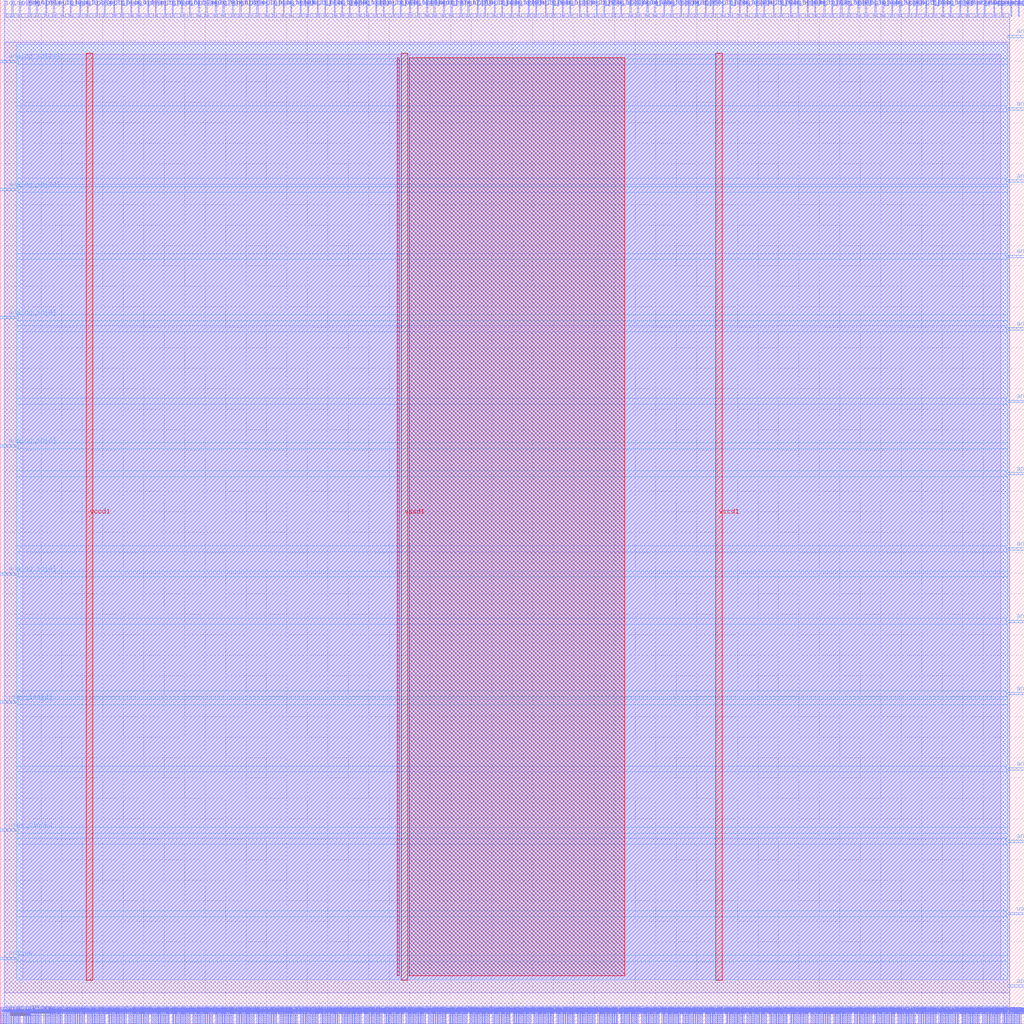
<source format=lef>
VERSION 5.7 ;
  NOWIREEXTENSIONATPIN ON ;
  DIVIDERCHAR "/" ;
  BUSBITCHARS "[]" ;
MACRO macro_decap_12
  CLASS BLOCK ;
  FOREIGN macro_decap_12 ;
  ORIGIN 0.000 0.000 ;
  SIZE 250.000 BY 250.000 ;
  PIN active
    DIRECTION INPUT ;
    USE SIGNAL ;
    PORT
      LAYER met3 ;
        RECT 0.000 15.680 4.000 16.280 ;
    END
  END active
  PIN analog_io[0]
    DIRECTION INOUT ;
    USE SIGNAL ;
    PORT
      LAYER met3 ;
        RECT 246.000 8.880 250.000 9.480 ;
    END
  END analog_io[0]
  PIN analog_io[10]
    DIRECTION INOUT ;
    USE SIGNAL ;
    PORT
      LAYER met3 ;
        RECT 246.000 80.280 250.000 80.880 ;
    END
  END analog_io[10]
  PIN analog_io[11]
    DIRECTION INOUT ;
    USE SIGNAL ;
    PORT
      LAYER met3 ;
        RECT 246.000 97.960 250.000 98.560 ;
    END
  END analog_io[11]
  PIN analog_io[12]
    DIRECTION INOUT ;
    USE SIGNAL ;
    PORT
      LAYER met2 ;
        RECT 244.350 246.000 244.630 250.000 ;
    END
  END analog_io[12]
  PIN analog_io[13]
    DIRECTION INOUT ;
    USE SIGNAL ;
    PORT
      LAYER met3 ;
        RECT 246.000 115.640 250.000 116.240 ;
    END
  END analog_io[13]
  PIN analog_io[14]
    DIRECTION INOUT ;
    USE SIGNAL ;
    PORT
      LAYER met2 ;
        RECT 246.650 246.000 246.930 250.000 ;
    END
  END analog_io[14]
  PIN analog_io[15]
    DIRECTION INOUT ;
    USE SIGNAL ;
    PORT
      LAYER met2 ;
        RECT 247.570 0.000 247.850 4.000 ;
    END
  END analog_io[15]
  PIN analog_io[16]
    DIRECTION INOUT ;
    USE SIGNAL ;
    PORT
      LAYER met3 ;
        RECT 246.000 134.000 250.000 134.600 ;
    END
  END analog_io[16]
  PIN analog_io[17]
    DIRECTION INOUT ;
    USE SIGNAL ;
    PORT
      LAYER met3 ;
        RECT 246.000 151.680 250.000 152.280 ;
    END
  END analog_io[17]
  PIN analog_io[18]
    DIRECTION INOUT ;
    USE SIGNAL ;
    PORT
      LAYER met3 ;
        RECT 246.000 169.360 250.000 169.960 ;
    END
  END analog_io[18]
  PIN analog_io[19]
    DIRECTION INOUT ;
    USE SIGNAL ;
    PORT
      LAYER met2 ;
        RECT 248.490 246.000 248.770 250.000 ;
    END
  END analog_io[19]
  PIN analog_io[1]
    DIRECTION INOUT ;
    USE SIGNAL ;
    PORT
      LAYER met2 ;
        RECT 238.370 246.000 238.650 250.000 ;
    END
  END analog_io[1]
  PIN analog_io[20]
    DIRECTION INOUT ;
    USE SIGNAL ;
    PORT
      LAYER met3 ;
        RECT 0.000 203.360 4.000 203.960 ;
    END
  END analog_io[20]
  PIN analog_io[21]
    DIRECTION INOUT ;
    USE SIGNAL ;
    PORT
      LAYER met3 ;
        RECT 0.000 234.640 4.000 235.240 ;
    END
  END analog_io[21]
  PIN analog_io[22]
    DIRECTION INOUT ;
    USE SIGNAL ;
    PORT
      LAYER met3 ;
        RECT 246.000 187.040 250.000 187.640 ;
    END
  END analog_io[22]
  PIN analog_io[23]
    DIRECTION INOUT ;
    USE SIGNAL ;
    PORT
      LAYER met2 ;
        RECT 248.030 0.000 248.310 4.000 ;
    END
  END analog_io[23]
  PIN analog_io[24]
    DIRECTION INOUT ;
    USE SIGNAL ;
    PORT
      LAYER met3 ;
        RECT 246.000 205.400 250.000 206.000 ;
    END
  END analog_io[24]
  PIN analog_io[25]
    DIRECTION INOUT ;
    USE SIGNAL ;
    PORT
      LAYER met2 ;
        RECT 248.490 0.000 248.770 4.000 ;
    END
  END analog_io[25]
  PIN analog_io[26]
    DIRECTION INOUT ;
    USE SIGNAL ;
    PORT
      LAYER met2 ;
        RECT 248.950 0.000 249.230 4.000 ;
    END
  END analog_io[26]
  PIN analog_io[27]
    DIRECTION INOUT ;
    USE SIGNAL ;
    PORT
      LAYER met3 ;
        RECT 246.000 223.080 250.000 223.680 ;
    END
  END analog_io[27]
  PIN analog_io[28]
    DIRECTION INOUT ;
    USE SIGNAL ;
    PORT
      LAYER met3 ;
        RECT 246.000 240.760 250.000 241.360 ;
    END
  END analog_io[28]
  PIN analog_io[2]
    DIRECTION INOUT ;
    USE SIGNAL ;
    PORT
      LAYER met2 ;
        RECT 247.110 0.000 247.390 4.000 ;
    END
  END analog_io[2]
  PIN analog_io[3]
    DIRECTION INOUT ;
    USE SIGNAL ;
    PORT
      LAYER met3 ;
        RECT 246.000 44.240 250.000 44.840 ;
    END
  END analog_io[3]
  PIN analog_io[4]
    DIRECTION INOUT ;
    USE SIGNAL ;
    PORT
      LAYER met3 ;
        RECT 0.000 109.520 4.000 110.120 ;
    END
  END analog_io[4]
  PIN analog_io[5]
    DIRECTION INOUT ;
    USE SIGNAL ;
    PORT
      LAYER met2 ;
        RECT 240.210 246.000 240.490 250.000 ;
    END
  END analog_io[5]
  PIN analog_io[6]
    DIRECTION INOUT ;
    USE SIGNAL ;
    PORT
      LAYER met3 ;
        RECT 0.000 140.800 4.000 141.400 ;
    END
  END analog_io[6]
  PIN analog_io[7]
    DIRECTION INOUT ;
    USE SIGNAL ;
    PORT
      LAYER met3 ;
        RECT 246.000 61.920 250.000 62.520 ;
    END
  END analog_io[7]
  PIN analog_io[8]
    DIRECTION INOUT ;
    USE SIGNAL ;
    PORT
      LAYER met3 ;
        RECT 0.000 172.080 4.000 172.680 ;
    END
  END analog_io[8]
  PIN analog_io[9]
    DIRECTION INOUT ;
    USE SIGNAL ;
    PORT
      LAYER met2 ;
        RECT 242.510 246.000 242.790 250.000 ;
    END
  END analog_io[9]
  PIN io_in[0]
    DIRECTION INPUT ;
    USE SIGNAL ;
    PORT
      LAYER met2 ;
        RECT 1.010 246.000 1.290 250.000 ;
    END
  END io_in[0]
  PIN io_in[10]
    DIRECTION INPUT ;
    USE SIGNAL ;
    PORT
      LAYER met2 ;
        RECT 62.650 246.000 62.930 250.000 ;
    END
  END io_in[10]
  PIN io_in[11]
    DIRECTION INPUT ;
    USE SIGNAL ;
    PORT
      LAYER met2 ;
        RECT 69.090 246.000 69.370 250.000 ;
    END
  END io_in[11]
  PIN io_in[12]
    DIRECTION INPUT ;
    USE SIGNAL ;
    PORT
      LAYER met2 ;
        RECT 75.070 246.000 75.350 250.000 ;
    END
  END io_in[12]
  PIN io_in[13]
    DIRECTION INPUT ;
    USE SIGNAL ;
    PORT
      LAYER met2 ;
        RECT 81.510 246.000 81.790 250.000 ;
    END
  END io_in[13]
  PIN io_in[14]
    DIRECTION INPUT ;
    USE SIGNAL ;
    PORT
      LAYER met2 ;
        RECT 87.490 246.000 87.770 250.000 ;
    END
  END io_in[14]
  PIN io_in[15]
    DIRECTION INPUT ;
    USE SIGNAL ;
    PORT
      LAYER met2 ;
        RECT 93.470 246.000 93.750 250.000 ;
    END
  END io_in[15]
  PIN io_in[16]
    DIRECTION INPUT ;
    USE SIGNAL ;
    PORT
      LAYER met2 ;
        RECT 99.910 246.000 100.190 250.000 ;
    END
  END io_in[16]
  PIN io_in[17]
    DIRECTION INPUT ;
    USE SIGNAL ;
    PORT
      LAYER met2 ;
        RECT 105.890 246.000 106.170 250.000 ;
    END
  END io_in[17]
  PIN io_in[18]
    DIRECTION INPUT ;
    USE SIGNAL ;
    PORT
      LAYER met2 ;
        RECT 112.330 246.000 112.610 250.000 ;
    END
  END io_in[18]
  PIN io_in[19]
    DIRECTION INPUT ;
    USE SIGNAL ;
    PORT
      LAYER met2 ;
        RECT 118.310 246.000 118.590 250.000 ;
    END
  END io_in[19]
  PIN io_in[1]
    DIRECTION INPUT ;
    USE SIGNAL ;
    PORT
      LAYER met2 ;
        RECT 6.990 246.000 7.270 250.000 ;
    END
  END io_in[1]
  PIN io_in[20]
    DIRECTION INPUT ;
    USE SIGNAL ;
    PORT
      LAYER met2 ;
        RECT 124.750 246.000 125.030 250.000 ;
    END
  END io_in[20]
  PIN io_in[21]
    DIRECTION INPUT ;
    USE SIGNAL ;
    PORT
      LAYER met2 ;
        RECT 130.730 246.000 131.010 250.000 ;
    END
  END io_in[21]
  PIN io_in[22]
    DIRECTION INPUT ;
    USE SIGNAL ;
    PORT
      LAYER met2 ;
        RECT 137.170 246.000 137.450 250.000 ;
    END
  END io_in[22]
  PIN io_in[23]
    DIRECTION INPUT ;
    USE SIGNAL ;
    PORT
      LAYER met2 ;
        RECT 143.150 246.000 143.430 250.000 ;
    END
  END io_in[23]
  PIN io_in[24]
    DIRECTION INPUT ;
    USE SIGNAL ;
    PORT
      LAYER met2 ;
        RECT 149.590 246.000 149.870 250.000 ;
    END
  END io_in[24]
  PIN io_in[25]
    DIRECTION INPUT ;
    USE SIGNAL ;
    PORT
      LAYER met2 ;
        RECT 155.570 246.000 155.850 250.000 ;
    END
  END io_in[25]
  PIN io_in[26]
    DIRECTION INPUT ;
    USE SIGNAL ;
    PORT
      LAYER met2 ;
        RECT 162.010 246.000 162.290 250.000 ;
    END
  END io_in[26]
  PIN io_in[27]
    DIRECTION INPUT ;
    USE SIGNAL ;
    PORT
      LAYER met2 ;
        RECT 167.990 246.000 168.270 250.000 ;
    END
  END io_in[27]
  PIN io_in[28]
    DIRECTION INPUT ;
    USE SIGNAL ;
    PORT
      LAYER met2 ;
        RECT 173.970 246.000 174.250 250.000 ;
    END
  END io_in[28]
  PIN io_in[29]
    DIRECTION INPUT ;
    USE SIGNAL ;
    PORT
      LAYER met2 ;
        RECT 180.410 246.000 180.690 250.000 ;
    END
  END io_in[29]
  PIN io_in[2]
    DIRECTION INPUT ;
    USE SIGNAL ;
    PORT
      LAYER met2 ;
        RECT 12.970 246.000 13.250 250.000 ;
    END
  END io_in[2]
  PIN io_in[30]
    DIRECTION INPUT ;
    USE SIGNAL ;
    PORT
      LAYER met2 ;
        RECT 186.390 246.000 186.670 250.000 ;
    END
  END io_in[30]
  PIN io_in[31]
    DIRECTION INPUT ;
    USE SIGNAL ;
    PORT
      LAYER met2 ;
        RECT 192.830 246.000 193.110 250.000 ;
    END
  END io_in[31]
  PIN io_in[32]
    DIRECTION INPUT ;
    USE SIGNAL ;
    PORT
      LAYER met2 ;
        RECT 198.810 246.000 199.090 250.000 ;
    END
  END io_in[32]
  PIN io_in[33]
    DIRECTION INPUT ;
    USE SIGNAL ;
    PORT
      LAYER met2 ;
        RECT 205.250 246.000 205.530 250.000 ;
    END
  END io_in[33]
  PIN io_in[34]
    DIRECTION INPUT ;
    USE SIGNAL ;
    PORT
      LAYER met2 ;
        RECT 211.230 246.000 211.510 250.000 ;
    END
  END io_in[34]
  PIN io_in[35]
    DIRECTION INPUT ;
    USE SIGNAL ;
    PORT
      LAYER met2 ;
        RECT 217.670 246.000 217.950 250.000 ;
    END
  END io_in[35]
  PIN io_in[36]
    DIRECTION INPUT ;
    USE SIGNAL ;
    PORT
      LAYER met2 ;
        RECT 223.650 246.000 223.930 250.000 ;
    END
  END io_in[36]
  PIN io_in[37]
    DIRECTION INPUT ;
    USE SIGNAL ;
    PORT
      LAYER met2 ;
        RECT 230.090 246.000 230.370 250.000 ;
    END
  END io_in[37]
  PIN io_in[3]
    DIRECTION INPUT ;
    USE SIGNAL ;
    PORT
      LAYER met2 ;
        RECT 19.410 246.000 19.690 250.000 ;
    END
  END io_in[3]
  PIN io_in[4]
    DIRECTION INPUT ;
    USE SIGNAL ;
    PORT
      LAYER met2 ;
        RECT 25.390 246.000 25.670 250.000 ;
    END
  END io_in[4]
  PIN io_in[5]
    DIRECTION INPUT ;
    USE SIGNAL ;
    PORT
      LAYER met2 ;
        RECT 31.830 246.000 32.110 250.000 ;
    END
  END io_in[5]
  PIN io_in[6]
    DIRECTION INPUT ;
    USE SIGNAL ;
    PORT
      LAYER met2 ;
        RECT 37.810 246.000 38.090 250.000 ;
    END
  END io_in[6]
  PIN io_in[7]
    DIRECTION INPUT ;
    USE SIGNAL ;
    PORT
      LAYER met2 ;
        RECT 44.250 246.000 44.530 250.000 ;
    END
  END io_in[7]
  PIN io_in[8]
    DIRECTION INPUT ;
    USE SIGNAL ;
    PORT
      LAYER met2 ;
        RECT 50.230 246.000 50.510 250.000 ;
    END
  END io_in[8]
  PIN io_in[9]
    DIRECTION INPUT ;
    USE SIGNAL ;
    PORT
      LAYER met2 ;
        RECT 56.670 246.000 56.950 250.000 ;
    END
  END io_in[9]
  PIN io_oeb[0]
    DIRECTION OUTPUT TRISTATE ;
    USE SIGNAL ;
    PORT
      LAYER met2 ;
        RECT 2.850 246.000 3.130 250.000 ;
    END
  END io_oeb[0]
  PIN io_oeb[10]
    DIRECTION OUTPUT TRISTATE ;
    USE SIGNAL ;
    PORT
      LAYER met2 ;
        RECT 64.950 246.000 65.230 250.000 ;
    END
  END io_oeb[10]
  PIN io_oeb[11]
    DIRECTION OUTPUT TRISTATE ;
    USE SIGNAL ;
    PORT
      LAYER met2 ;
        RECT 70.930 246.000 71.210 250.000 ;
    END
  END io_oeb[11]
  PIN io_oeb[12]
    DIRECTION OUTPUT TRISTATE ;
    USE SIGNAL ;
    PORT
      LAYER met2 ;
        RECT 77.370 246.000 77.650 250.000 ;
    END
  END io_oeb[12]
  PIN io_oeb[13]
    DIRECTION OUTPUT TRISTATE ;
    USE SIGNAL ;
    PORT
      LAYER met2 ;
        RECT 83.350 246.000 83.630 250.000 ;
    END
  END io_oeb[13]
  PIN io_oeb[14]
    DIRECTION OUTPUT TRISTATE ;
    USE SIGNAL ;
    PORT
      LAYER met2 ;
        RECT 89.330 246.000 89.610 250.000 ;
    END
  END io_oeb[14]
  PIN io_oeb[15]
    DIRECTION OUTPUT TRISTATE ;
    USE SIGNAL ;
    PORT
      LAYER met2 ;
        RECT 95.770 246.000 96.050 250.000 ;
    END
  END io_oeb[15]
  PIN io_oeb[16]
    DIRECTION OUTPUT TRISTATE ;
    USE SIGNAL ;
    PORT
      LAYER met2 ;
        RECT 101.750 246.000 102.030 250.000 ;
    END
  END io_oeb[16]
  PIN io_oeb[17]
    DIRECTION OUTPUT TRISTATE ;
    USE SIGNAL ;
    PORT
      LAYER met2 ;
        RECT 108.190 246.000 108.470 250.000 ;
    END
  END io_oeb[17]
  PIN io_oeb[18]
    DIRECTION OUTPUT TRISTATE ;
    USE SIGNAL ;
    PORT
      LAYER met2 ;
        RECT 114.170 246.000 114.450 250.000 ;
    END
  END io_oeb[18]
  PIN io_oeb[19]
    DIRECTION OUTPUT TRISTATE ;
    USE SIGNAL ;
    PORT
      LAYER met2 ;
        RECT 120.610 246.000 120.890 250.000 ;
    END
  END io_oeb[19]
  PIN io_oeb[1]
    DIRECTION OUTPUT TRISTATE ;
    USE SIGNAL ;
    PORT
      LAYER met2 ;
        RECT 8.830 246.000 9.110 250.000 ;
    END
  END io_oeb[1]
  PIN io_oeb[20]
    DIRECTION OUTPUT TRISTATE ;
    USE SIGNAL ;
    PORT
      LAYER met2 ;
        RECT 126.590 246.000 126.870 250.000 ;
    END
  END io_oeb[20]
  PIN io_oeb[21]
    DIRECTION OUTPUT TRISTATE ;
    USE SIGNAL ;
    PORT
      LAYER met2 ;
        RECT 133.030 246.000 133.310 250.000 ;
    END
  END io_oeb[21]
  PIN io_oeb[22]
    DIRECTION OUTPUT TRISTATE ;
    USE SIGNAL ;
    PORT
      LAYER met2 ;
        RECT 139.010 246.000 139.290 250.000 ;
    END
  END io_oeb[22]
  PIN io_oeb[23]
    DIRECTION OUTPUT TRISTATE ;
    USE SIGNAL ;
    PORT
      LAYER met2 ;
        RECT 145.450 246.000 145.730 250.000 ;
    END
  END io_oeb[23]
  PIN io_oeb[24]
    DIRECTION OUTPUT TRISTATE ;
    USE SIGNAL ;
    PORT
      LAYER met2 ;
        RECT 151.430 246.000 151.710 250.000 ;
    END
  END io_oeb[24]
  PIN io_oeb[25]
    DIRECTION OUTPUT TRISTATE ;
    USE SIGNAL ;
    PORT
      LAYER met2 ;
        RECT 157.870 246.000 158.150 250.000 ;
    END
  END io_oeb[25]
  PIN io_oeb[26]
    DIRECTION OUTPUT TRISTATE ;
    USE SIGNAL ;
    PORT
      LAYER met2 ;
        RECT 163.850 246.000 164.130 250.000 ;
    END
  END io_oeb[26]
  PIN io_oeb[27]
    DIRECTION OUTPUT TRISTATE ;
    USE SIGNAL ;
    PORT
      LAYER met2 ;
        RECT 169.830 246.000 170.110 250.000 ;
    END
  END io_oeb[27]
  PIN io_oeb[28]
    DIRECTION OUTPUT TRISTATE ;
    USE SIGNAL ;
    PORT
      LAYER met2 ;
        RECT 176.270 246.000 176.550 250.000 ;
    END
  END io_oeb[28]
  PIN io_oeb[29]
    DIRECTION OUTPUT TRISTATE ;
    USE SIGNAL ;
    PORT
      LAYER met2 ;
        RECT 182.250 246.000 182.530 250.000 ;
    END
  END io_oeb[29]
  PIN io_oeb[2]
    DIRECTION OUTPUT TRISTATE ;
    USE SIGNAL ;
    PORT
      LAYER met2 ;
        RECT 15.270 246.000 15.550 250.000 ;
    END
  END io_oeb[2]
  PIN io_oeb[30]
    DIRECTION OUTPUT TRISTATE ;
    USE SIGNAL ;
    PORT
      LAYER met2 ;
        RECT 188.690 246.000 188.970 250.000 ;
    END
  END io_oeb[30]
  PIN io_oeb[31]
    DIRECTION OUTPUT TRISTATE ;
    USE SIGNAL ;
    PORT
      LAYER met2 ;
        RECT 194.670 246.000 194.950 250.000 ;
    END
  END io_oeb[31]
  PIN io_oeb[32]
    DIRECTION OUTPUT TRISTATE ;
    USE SIGNAL ;
    PORT
      LAYER met2 ;
        RECT 201.110 246.000 201.390 250.000 ;
    END
  END io_oeb[32]
  PIN io_oeb[33]
    DIRECTION OUTPUT TRISTATE ;
    USE SIGNAL ;
    PORT
      LAYER met2 ;
        RECT 207.090 246.000 207.370 250.000 ;
    END
  END io_oeb[33]
  PIN io_oeb[34]
    DIRECTION OUTPUT TRISTATE ;
    USE SIGNAL ;
    PORT
      LAYER met2 ;
        RECT 213.530 246.000 213.810 250.000 ;
    END
  END io_oeb[34]
  PIN io_oeb[35]
    DIRECTION OUTPUT TRISTATE ;
    USE SIGNAL ;
    PORT
      LAYER met2 ;
        RECT 219.510 246.000 219.790 250.000 ;
    END
  END io_oeb[35]
  PIN io_oeb[36]
    DIRECTION OUTPUT TRISTATE ;
    USE SIGNAL ;
    PORT
      LAYER met2 ;
        RECT 225.950 246.000 226.230 250.000 ;
    END
  END io_oeb[36]
  PIN io_oeb[37]
    DIRECTION OUTPUT TRISTATE ;
    USE SIGNAL ;
    PORT
      LAYER met2 ;
        RECT 231.930 246.000 232.210 250.000 ;
    END
  END io_oeb[37]
  PIN io_oeb[3]
    DIRECTION OUTPUT TRISTATE ;
    USE SIGNAL ;
    PORT
      LAYER met2 ;
        RECT 21.250 246.000 21.530 250.000 ;
    END
  END io_oeb[3]
  PIN io_oeb[4]
    DIRECTION OUTPUT TRISTATE ;
    USE SIGNAL ;
    PORT
      LAYER met2 ;
        RECT 27.690 246.000 27.970 250.000 ;
    END
  END io_oeb[4]
  PIN io_oeb[5]
    DIRECTION OUTPUT TRISTATE ;
    USE SIGNAL ;
    PORT
      LAYER met2 ;
        RECT 33.670 246.000 33.950 250.000 ;
    END
  END io_oeb[5]
  PIN io_oeb[6]
    DIRECTION OUTPUT TRISTATE ;
    USE SIGNAL ;
    PORT
      LAYER met2 ;
        RECT 40.110 246.000 40.390 250.000 ;
    END
  END io_oeb[6]
  PIN io_oeb[7]
    DIRECTION OUTPUT TRISTATE ;
    USE SIGNAL ;
    PORT
      LAYER met2 ;
        RECT 46.090 246.000 46.370 250.000 ;
    END
  END io_oeb[7]
  PIN io_oeb[8]
    DIRECTION OUTPUT TRISTATE ;
    USE SIGNAL ;
    PORT
      LAYER met2 ;
        RECT 52.530 246.000 52.810 250.000 ;
    END
  END io_oeb[8]
  PIN io_oeb[9]
    DIRECTION OUTPUT TRISTATE ;
    USE SIGNAL ;
    PORT
      LAYER met2 ;
        RECT 58.510 246.000 58.790 250.000 ;
    END
  END io_oeb[9]
  PIN io_out[0]
    DIRECTION OUTPUT TRISTATE ;
    USE SIGNAL ;
    PORT
      LAYER met2 ;
        RECT 4.690 246.000 4.970 250.000 ;
    END
  END io_out[0]
  PIN io_out[10]
    DIRECTION OUTPUT TRISTATE ;
    USE SIGNAL ;
    PORT
      LAYER met2 ;
        RECT 66.790 246.000 67.070 250.000 ;
    END
  END io_out[10]
  PIN io_out[11]
    DIRECTION OUTPUT TRISTATE ;
    USE SIGNAL ;
    PORT
      LAYER met2 ;
        RECT 73.230 246.000 73.510 250.000 ;
    END
  END io_out[11]
  PIN io_out[12]
    DIRECTION OUTPUT TRISTATE ;
    USE SIGNAL ;
    PORT
      LAYER met2 ;
        RECT 79.210 246.000 79.490 250.000 ;
    END
  END io_out[12]
  PIN io_out[13]
    DIRECTION OUTPUT TRISTATE ;
    USE SIGNAL ;
    PORT
      LAYER met2 ;
        RECT 85.190 246.000 85.470 250.000 ;
    END
  END io_out[13]
  PIN io_out[14]
    DIRECTION OUTPUT TRISTATE ;
    USE SIGNAL ;
    PORT
      LAYER met2 ;
        RECT 91.630 246.000 91.910 250.000 ;
    END
  END io_out[14]
  PIN io_out[15]
    DIRECTION OUTPUT TRISTATE ;
    USE SIGNAL ;
    PORT
      LAYER met2 ;
        RECT 97.610 246.000 97.890 250.000 ;
    END
  END io_out[15]
  PIN io_out[16]
    DIRECTION OUTPUT TRISTATE ;
    USE SIGNAL ;
    PORT
      LAYER met2 ;
        RECT 104.050 246.000 104.330 250.000 ;
    END
  END io_out[16]
  PIN io_out[17]
    DIRECTION OUTPUT TRISTATE ;
    USE SIGNAL ;
    PORT
      LAYER met2 ;
        RECT 110.030 246.000 110.310 250.000 ;
    END
  END io_out[17]
  PIN io_out[18]
    DIRECTION OUTPUT TRISTATE ;
    USE SIGNAL ;
    PORT
      LAYER met2 ;
        RECT 116.470 246.000 116.750 250.000 ;
    END
  END io_out[18]
  PIN io_out[19]
    DIRECTION OUTPUT TRISTATE ;
    USE SIGNAL ;
    PORT
      LAYER met2 ;
        RECT 122.450 246.000 122.730 250.000 ;
    END
  END io_out[19]
  PIN io_out[1]
    DIRECTION OUTPUT TRISTATE ;
    USE SIGNAL ;
    PORT
      LAYER met2 ;
        RECT 11.130 246.000 11.410 250.000 ;
    END
  END io_out[1]
  PIN io_out[20]
    DIRECTION OUTPUT TRISTATE ;
    USE SIGNAL ;
    PORT
      LAYER met2 ;
        RECT 128.890 246.000 129.170 250.000 ;
    END
  END io_out[20]
  PIN io_out[21]
    DIRECTION OUTPUT TRISTATE ;
    USE SIGNAL ;
    PORT
      LAYER met2 ;
        RECT 134.870 246.000 135.150 250.000 ;
    END
  END io_out[21]
  PIN io_out[22]
    DIRECTION OUTPUT TRISTATE ;
    USE SIGNAL ;
    PORT
      LAYER met2 ;
        RECT 141.310 246.000 141.590 250.000 ;
    END
  END io_out[22]
  PIN io_out[23]
    DIRECTION OUTPUT TRISTATE ;
    USE SIGNAL ;
    PORT
      LAYER met2 ;
        RECT 147.290 246.000 147.570 250.000 ;
    END
  END io_out[23]
  PIN io_out[24]
    DIRECTION OUTPUT TRISTATE ;
    USE SIGNAL ;
    PORT
      LAYER met2 ;
        RECT 153.730 246.000 154.010 250.000 ;
    END
  END io_out[24]
  PIN io_out[25]
    DIRECTION OUTPUT TRISTATE ;
    USE SIGNAL ;
    PORT
      LAYER met2 ;
        RECT 159.710 246.000 159.990 250.000 ;
    END
  END io_out[25]
  PIN io_out[26]
    DIRECTION OUTPUT TRISTATE ;
    USE SIGNAL ;
    PORT
      LAYER met2 ;
        RECT 166.150 246.000 166.430 250.000 ;
    END
  END io_out[26]
  PIN io_out[27]
    DIRECTION OUTPUT TRISTATE ;
    USE SIGNAL ;
    PORT
      LAYER met2 ;
        RECT 172.130 246.000 172.410 250.000 ;
    END
  END io_out[27]
  PIN io_out[28]
    DIRECTION OUTPUT TRISTATE ;
    USE SIGNAL ;
    PORT
      LAYER met2 ;
        RECT 178.110 246.000 178.390 250.000 ;
    END
  END io_out[28]
  PIN io_out[29]
    DIRECTION OUTPUT TRISTATE ;
    USE SIGNAL ;
    PORT
      LAYER met2 ;
        RECT 184.550 246.000 184.830 250.000 ;
    END
  END io_out[29]
  PIN io_out[2]
    DIRECTION OUTPUT TRISTATE ;
    USE SIGNAL ;
    PORT
      LAYER met2 ;
        RECT 17.110 246.000 17.390 250.000 ;
    END
  END io_out[2]
  PIN io_out[30]
    DIRECTION OUTPUT TRISTATE ;
    USE SIGNAL ;
    PORT
      LAYER met2 ;
        RECT 190.530 246.000 190.810 250.000 ;
    END
  END io_out[30]
  PIN io_out[31]
    DIRECTION OUTPUT TRISTATE ;
    USE SIGNAL ;
    PORT
      LAYER met2 ;
        RECT 196.970 246.000 197.250 250.000 ;
    END
  END io_out[31]
  PIN io_out[32]
    DIRECTION OUTPUT TRISTATE ;
    USE SIGNAL ;
    PORT
      LAYER met2 ;
        RECT 202.950 246.000 203.230 250.000 ;
    END
  END io_out[32]
  PIN io_out[33]
    DIRECTION OUTPUT TRISTATE ;
    USE SIGNAL ;
    PORT
      LAYER met2 ;
        RECT 209.390 246.000 209.670 250.000 ;
    END
  END io_out[33]
  PIN io_out[34]
    DIRECTION OUTPUT TRISTATE ;
    USE SIGNAL ;
    PORT
      LAYER met2 ;
        RECT 215.370 246.000 215.650 250.000 ;
    END
  END io_out[34]
  PIN io_out[35]
    DIRECTION OUTPUT TRISTATE ;
    USE SIGNAL ;
    PORT
      LAYER met2 ;
        RECT 221.810 246.000 222.090 250.000 ;
    END
  END io_out[35]
  PIN io_out[36]
    DIRECTION OUTPUT TRISTATE ;
    USE SIGNAL ;
    PORT
      LAYER met2 ;
        RECT 227.790 246.000 228.070 250.000 ;
    END
  END io_out[36]
  PIN io_out[37]
    DIRECTION OUTPUT TRISTATE ;
    USE SIGNAL ;
    PORT
      LAYER met2 ;
        RECT 234.230 246.000 234.510 250.000 ;
    END
  END io_out[37]
  PIN io_out[3]
    DIRECTION OUTPUT TRISTATE ;
    USE SIGNAL ;
    PORT
      LAYER met2 ;
        RECT 23.550 246.000 23.830 250.000 ;
    END
  END io_out[3]
  PIN io_out[4]
    DIRECTION OUTPUT TRISTATE ;
    USE SIGNAL ;
    PORT
      LAYER met2 ;
        RECT 29.530 246.000 29.810 250.000 ;
    END
  END io_out[4]
  PIN io_out[5]
    DIRECTION OUTPUT TRISTATE ;
    USE SIGNAL ;
    PORT
      LAYER met2 ;
        RECT 35.970 246.000 36.250 250.000 ;
    END
  END io_out[5]
  PIN io_out[6]
    DIRECTION OUTPUT TRISTATE ;
    USE SIGNAL ;
    PORT
      LAYER met2 ;
        RECT 41.950 246.000 42.230 250.000 ;
    END
  END io_out[6]
  PIN io_out[7]
    DIRECTION OUTPUT TRISTATE ;
    USE SIGNAL ;
    PORT
      LAYER met2 ;
        RECT 48.390 246.000 48.670 250.000 ;
    END
  END io_out[7]
  PIN io_out[8]
    DIRECTION OUTPUT TRISTATE ;
    USE SIGNAL ;
    PORT
      LAYER met2 ;
        RECT 54.370 246.000 54.650 250.000 ;
    END
  END io_out[8]
  PIN io_out[9]
    DIRECTION OUTPUT TRISTATE ;
    USE SIGNAL ;
    PORT
      LAYER met2 ;
        RECT 60.810 246.000 61.090 250.000 ;
    END
  END io_out[9]
  PIN la_data_in[0]
    DIRECTION INPUT ;
    USE SIGNAL ;
    PORT
      LAYER met2 ;
        RECT 53.450 0.000 53.730 4.000 ;
    END
  END la_data_in[0]
  PIN la_data_in[100]
    DIRECTION INPUT ;
    USE SIGNAL ;
    PORT
      LAYER met2 ;
        RECT 204.790 0.000 205.070 4.000 ;
    END
  END la_data_in[100]
  PIN la_data_in[101]
    DIRECTION INPUT ;
    USE SIGNAL ;
    PORT
      LAYER met2 ;
        RECT 206.170 0.000 206.450 4.000 ;
    END
  END la_data_in[101]
  PIN la_data_in[102]
    DIRECTION INPUT ;
    USE SIGNAL ;
    PORT
      LAYER met2 ;
        RECT 207.550 0.000 207.830 4.000 ;
    END
  END la_data_in[102]
  PIN la_data_in[103]
    DIRECTION INPUT ;
    USE SIGNAL ;
    PORT
      LAYER met2 ;
        RECT 209.390 0.000 209.670 4.000 ;
    END
  END la_data_in[103]
  PIN la_data_in[104]
    DIRECTION INPUT ;
    USE SIGNAL ;
    PORT
      LAYER met2 ;
        RECT 210.770 0.000 211.050 4.000 ;
    END
  END la_data_in[104]
  PIN la_data_in[105]
    DIRECTION INPUT ;
    USE SIGNAL ;
    PORT
      LAYER met2 ;
        RECT 212.150 0.000 212.430 4.000 ;
    END
  END la_data_in[105]
  PIN la_data_in[106]
    DIRECTION INPUT ;
    USE SIGNAL ;
    PORT
      LAYER met2 ;
        RECT 213.990 0.000 214.270 4.000 ;
    END
  END la_data_in[106]
  PIN la_data_in[107]
    DIRECTION INPUT ;
    USE SIGNAL ;
    PORT
      LAYER met2 ;
        RECT 215.370 0.000 215.650 4.000 ;
    END
  END la_data_in[107]
  PIN la_data_in[108]
    DIRECTION INPUT ;
    USE SIGNAL ;
    PORT
      LAYER met2 ;
        RECT 216.750 0.000 217.030 4.000 ;
    END
  END la_data_in[108]
  PIN la_data_in[109]
    DIRECTION INPUT ;
    USE SIGNAL ;
    PORT
      LAYER met2 ;
        RECT 218.130 0.000 218.410 4.000 ;
    END
  END la_data_in[109]
  PIN la_data_in[10]
    DIRECTION INPUT ;
    USE SIGNAL ;
    PORT
      LAYER met2 ;
        RECT 68.630 0.000 68.910 4.000 ;
    END
  END la_data_in[10]
  PIN la_data_in[110]
    DIRECTION INPUT ;
    USE SIGNAL ;
    PORT
      LAYER met2 ;
        RECT 219.970 0.000 220.250 4.000 ;
    END
  END la_data_in[110]
  PIN la_data_in[111]
    DIRECTION INPUT ;
    USE SIGNAL ;
    PORT
      LAYER met2 ;
        RECT 221.350 0.000 221.630 4.000 ;
    END
  END la_data_in[111]
  PIN la_data_in[112]
    DIRECTION INPUT ;
    USE SIGNAL ;
    PORT
      LAYER met2 ;
        RECT 222.730 0.000 223.010 4.000 ;
    END
  END la_data_in[112]
  PIN la_data_in[113]
    DIRECTION INPUT ;
    USE SIGNAL ;
    PORT
      LAYER met2 ;
        RECT 224.570 0.000 224.850 4.000 ;
    END
  END la_data_in[113]
  PIN la_data_in[114]
    DIRECTION INPUT ;
    USE SIGNAL ;
    PORT
      LAYER met2 ;
        RECT 225.950 0.000 226.230 4.000 ;
    END
  END la_data_in[114]
  PIN la_data_in[115]
    DIRECTION INPUT ;
    USE SIGNAL ;
    PORT
      LAYER met2 ;
        RECT 227.330 0.000 227.610 4.000 ;
    END
  END la_data_in[115]
  PIN la_data_in[116]
    DIRECTION INPUT ;
    USE SIGNAL ;
    PORT
      LAYER met2 ;
        RECT 229.170 0.000 229.450 4.000 ;
    END
  END la_data_in[116]
  PIN la_data_in[117]
    DIRECTION INPUT ;
    USE SIGNAL ;
    PORT
      LAYER met2 ;
        RECT 230.550 0.000 230.830 4.000 ;
    END
  END la_data_in[117]
  PIN la_data_in[118]
    DIRECTION INPUT ;
    USE SIGNAL ;
    PORT
      LAYER met2 ;
        RECT 231.930 0.000 232.210 4.000 ;
    END
  END la_data_in[118]
  PIN la_data_in[119]
    DIRECTION INPUT ;
    USE SIGNAL ;
    PORT
      LAYER met2 ;
        RECT 233.310 0.000 233.590 4.000 ;
    END
  END la_data_in[119]
  PIN la_data_in[11]
    DIRECTION INPUT ;
    USE SIGNAL ;
    PORT
      LAYER met2 ;
        RECT 70.010 0.000 70.290 4.000 ;
    END
  END la_data_in[11]
  PIN la_data_in[120]
    DIRECTION INPUT ;
    USE SIGNAL ;
    PORT
      LAYER met2 ;
        RECT 235.150 0.000 235.430 4.000 ;
    END
  END la_data_in[120]
  PIN la_data_in[121]
    DIRECTION INPUT ;
    USE SIGNAL ;
    PORT
      LAYER met2 ;
        RECT 236.530 0.000 236.810 4.000 ;
    END
  END la_data_in[121]
  PIN la_data_in[122]
    DIRECTION INPUT ;
    USE SIGNAL ;
    PORT
      LAYER met2 ;
        RECT 237.910 0.000 238.190 4.000 ;
    END
  END la_data_in[122]
  PIN la_data_in[123]
    DIRECTION INPUT ;
    USE SIGNAL ;
    PORT
      LAYER met2 ;
        RECT 239.750 0.000 240.030 4.000 ;
    END
  END la_data_in[123]
  PIN la_data_in[124]
    DIRECTION INPUT ;
    USE SIGNAL ;
    PORT
      LAYER met2 ;
        RECT 241.130 0.000 241.410 4.000 ;
    END
  END la_data_in[124]
  PIN la_data_in[125]
    DIRECTION INPUT ;
    USE SIGNAL ;
    PORT
      LAYER met2 ;
        RECT 242.510 0.000 242.790 4.000 ;
    END
  END la_data_in[125]
  PIN la_data_in[126]
    DIRECTION INPUT ;
    USE SIGNAL ;
    PORT
      LAYER met2 ;
        RECT 243.890 0.000 244.170 4.000 ;
    END
  END la_data_in[126]
  PIN la_data_in[127]
    DIRECTION INPUT ;
    USE SIGNAL ;
    PORT
      LAYER met2 ;
        RECT 245.730 0.000 246.010 4.000 ;
    END
  END la_data_in[127]
  PIN la_data_in[12]
    DIRECTION INPUT ;
    USE SIGNAL ;
    PORT
      LAYER met2 ;
        RECT 71.390 0.000 71.670 4.000 ;
    END
  END la_data_in[12]
  PIN la_data_in[13]
    DIRECTION INPUT ;
    USE SIGNAL ;
    PORT
      LAYER met2 ;
        RECT 73.230 0.000 73.510 4.000 ;
    END
  END la_data_in[13]
  PIN la_data_in[14]
    DIRECTION INPUT ;
    USE SIGNAL ;
    PORT
      LAYER met2 ;
        RECT 74.610 0.000 74.890 4.000 ;
    END
  END la_data_in[14]
  PIN la_data_in[15]
    DIRECTION INPUT ;
    USE SIGNAL ;
    PORT
      LAYER met2 ;
        RECT 75.990 0.000 76.270 4.000 ;
    END
  END la_data_in[15]
  PIN la_data_in[16]
    DIRECTION INPUT ;
    USE SIGNAL ;
    PORT
      LAYER met2 ;
        RECT 77.370 0.000 77.650 4.000 ;
    END
  END la_data_in[16]
  PIN la_data_in[17]
    DIRECTION INPUT ;
    USE SIGNAL ;
    PORT
      LAYER met2 ;
        RECT 79.210 0.000 79.490 4.000 ;
    END
  END la_data_in[17]
  PIN la_data_in[18]
    DIRECTION INPUT ;
    USE SIGNAL ;
    PORT
      LAYER met2 ;
        RECT 80.590 0.000 80.870 4.000 ;
    END
  END la_data_in[18]
  PIN la_data_in[19]
    DIRECTION INPUT ;
    USE SIGNAL ;
    PORT
      LAYER met2 ;
        RECT 81.970 0.000 82.250 4.000 ;
    END
  END la_data_in[19]
  PIN la_data_in[1]
    DIRECTION INPUT ;
    USE SIGNAL ;
    PORT
      LAYER met2 ;
        RECT 54.830 0.000 55.110 4.000 ;
    END
  END la_data_in[1]
  PIN la_data_in[20]
    DIRECTION INPUT ;
    USE SIGNAL ;
    PORT
      LAYER met2 ;
        RECT 83.810 0.000 84.090 4.000 ;
    END
  END la_data_in[20]
  PIN la_data_in[21]
    DIRECTION INPUT ;
    USE SIGNAL ;
    PORT
      LAYER met2 ;
        RECT 85.190 0.000 85.470 4.000 ;
    END
  END la_data_in[21]
  PIN la_data_in[22]
    DIRECTION INPUT ;
    USE SIGNAL ;
    PORT
      LAYER met2 ;
        RECT 86.570 0.000 86.850 4.000 ;
    END
  END la_data_in[22]
  PIN la_data_in[23]
    DIRECTION INPUT ;
    USE SIGNAL ;
    PORT
      LAYER met2 ;
        RECT 87.950 0.000 88.230 4.000 ;
    END
  END la_data_in[23]
  PIN la_data_in[24]
    DIRECTION INPUT ;
    USE SIGNAL ;
    PORT
      LAYER met2 ;
        RECT 89.790 0.000 90.070 4.000 ;
    END
  END la_data_in[24]
  PIN la_data_in[25]
    DIRECTION INPUT ;
    USE SIGNAL ;
    PORT
      LAYER met2 ;
        RECT 91.170 0.000 91.450 4.000 ;
    END
  END la_data_in[25]
  PIN la_data_in[26]
    DIRECTION INPUT ;
    USE SIGNAL ;
    PORT
      LAYER met2 ;
        RECT 92.550 0.000 92.830 4.000 ;
    END
  END la_data_in[26]
  PIN la_data_in[27]
    DIRECTION INPUT ;
    USE SIGNAL ;
    PORT
      LAYER met2 ;
        RECT 94.390 0.000 94.670 4.000 ;
    END
  END la_data_in[27]
  PIN la_data_in[28]
    DIRECTION INPUT ;
    USE SIGNAL ;
    PORT
      LAYER met2 ;
        RECT 95.770 0.000 96.050 4.000 ;
    END
  END la_data_in[28]
  PIN la_data_in[29]
    DIRECTION INPUT ;
    USE SIGNAL ;
    PORT
      LAYER met2 ;
        RECT 97.150 0.000 97.430 4.000 ;
    END
  END la_data_in[29]
  PIN la_data_in[2]
    DIRECTION INPUT ;
    USE SIGNAL ;
    PORT
      LAYER met2 ;
        RECT 56.210 0.000 56.490 4.000 ;
    END
  END la_data_in[2]
  PIN la_data_in[30]
    DIRECTION INPUT ;
    USE SIGNAL ;
    PORT
      LAYER met2 ;
        RECT 98.990 0.000 99.270 4.000 ;
    END
  END la_data_in[30]
  PIN la_data_in[31]
    DIRECTION INPUT ;
    USE SIGNAL ;
    PORT
      LAYER met2 ;
        RECT 100.370 0.000 100.650 4.000 ;
    END
  END la_data_in[31]
  PIN la_data_in[32]
    DIRECTION INPUT ;
    USE SIGNAL ;
    PORT
      LAYER met2 ;
        RECT 101.750 0.000 102.030 4.000 ;
    END
  END la_data_in[32]
  PIN la_data_in[33]
    DIRECTION INPUT ;
    USE SIGNAL ;
    PORT
      LAYER met2 ;
        RECT 103.130 0.000 103.410 4.000 ;
    END
  END la_data_in[33]
  PIN la_data_in[34]
    DIRECTION INPUT ;
    USE SIGNAL ;
    PORT
      LAYER met2 ;
        RECT 104.970 0.000 105.250 4.000 ;
    END
  END la_data_in[34]
  PIN la_data_in[35]
    DIRECTION INPUT ;
    USE SIGNAL ;
    PORT
      LAYER met2 ;
        RECT 106.350 0.000 106.630 4.000 ;
    END
  END la_data_in[35]
  PIN la_data_in[36]
    DIRECTION INPUT ;
    USE SIGNAL ;
    PORT
      LAYER met2 ;
        RECT 107.730 0.000 108.010 4.000 ;
    END
  END la_data_in[36]
  PIN la_data_in[37]
    DIRECTION INPUT ;
    USE SIGNAL ;
    PORT
      LAYER met2 ;
        RECT 109.570 0.000 109.850 4.000 ;
    END
  END la_data_in[37]
  PIN la_data_in[38]
    DIRECTION INPUT ;
    USE SIGNAL ;
    PORT
      LAYER met2 ;
        RECT 110.950 0.000 111.230 4.000 ;
    END
  END la_data_in[38]
  PIN la_data_in[39]
    DIRECTION INPUT ;
    USE SIGNAL ;
    PORT
      LAYER met2 ;
        RECT 112.330 0.000 112.610 4.000 ;
    END
  END la_data_in[39]
  PIN la_data_in[3]
    DIRECTION INPUT ;
    USE SIGNAL ;
    PORT
      LAYER met2 ;
        RECT 58.050 0.000 58.330 4.000 ;
    END
  END la_data_in[3]
  PIN la_data_in[40]
    DIRECTION INPUT ;
    USE SIGNAL ;
    PORT
      LAYER met2 ;
        RECT 113.710 0.000 113.990 4.000 ;
    END
  END la_data_in[40]
  PIN la_data_in[41]
    DIRECTION INPUT ;
    USE SIGNAL ;
    PORT
      LAYER met2 ;
        RECT 115.550 0.000 115.830 4.000 ;
    END
  END la_data_in[41]
  PIN la_data_in[42]
    DIRECTION INPUT ;
    USE SIGNAL ;
    PORT
      LAYER met2 ;
        RECT 116.930 0.000 117.210 4.000 ;
    END
  END la_data_in[42]
  PIN la_data_in[43]
    DIRECTION INPUT ;
    USE SIGNAL ;
    PORT
      LAYER met2 ;
        RECT 118.310 0.000 118.590 4.000 ;
    END
  END la_data_in[43]
  PIN la_data_in[44]
    DIRECTION INPUT ;
    USE SIGNAL ;
    PORT
      LAYER met2 ;
        RECT 120.150 0.000 120.430 4.000 ;
    END
  END la_data_in[44]
  PIN la_data_in[45]
    DIRECTION INPUT ;
    USE SIGNAL ;
    PORT
      LAYER met2 ;
        RECT 121.530 0.000 121.810 4.000 ;
    END
  END la_data_in[45]
  PIN la_data_in[46]
    DIRECTION INPUT ;
    USE SIGNAL ;
    PORT
      LAYER met2 ;
        RECT 122.910 0.000 123.190 4.000 ;
    END
  END la_data_in[46]
  PIN la_data_in[47]
    DIRECTION INPUT ;
    USE SIGNAL ;
    PORT
      LAYER met2 ;
        RECT 124.290 0.000 124.570 4.000 ;
    END
  END la_data_in[47]
  PIN la_data_in[48]
    DIRECTION INPUT ;
    USE SIGNAL ;
    PORT
      LAYER met2 ;
        RECT 126.130 0.000 126.410 4.000 ;
    END
  END la_data_in[48]
  PIN la_data_in[49]
    DIRECTION INPUT ;
    USE SIGNAL ;
    PORT
      LAYER met2 ;
        RECT 127.510 0.000 127.790 4.000 ;
    END
  END la_data_in[49]
  PIN la_data_in[4]
    DIRECTION INPUT ;
    USE SIGNAL ;
    PORT
      LAYER met2 ;
        RECT 59.430 0.000 59.710 4.000 ;
    END
  END la_data_in[4]
  PIN la_data_in[50]
    DIRECTION INPUT ;
    USE SIGNAL ;
    PORT
      LAYER met2 ;
        RECT 128.890 0.000 129.170 4.000 ;
    END
  END la_data_in[50]
  PIN la_data_in[51]
    DIRECTION INPUT ;
    USE SIGNAL ;
    PORT
      LAYER met2 ;
        RECT 130.730 0.000 131.010 4.000 ;
    END
  END la_data_in[51]
  PIN la_data_in[52]
    DIRECTION INPUT ;
    USE SIGNAL ;
    PORT
      LAYER met2 ;
        RECT 132.110 0.000 132.390 4.000 ;
    END
  END la_data_in[52]
  PIN la_data_in[53]
    DIRECTION INPUT ;
    USE SIGNAL ;
    PORT
      LAYER met2 ;
        RECT 133.490 0.000 133.770 4.000 ;
    END
  END la_data_in[53]
  PIN la_data_in[54]
    DIRECTION INPUT ;
    USE SIGNAL ;
    PORT
      LAYER met2 ;
        RECT 134.870 0.000 135.150 4.000 ;
    END
  END la_data_in[54]
  PIN la_data_in[55]
    DIRECTION INPUT ;
    USE SIGNAL ;
    PORT
      LAYER met2 ;
        RECT 136.710 0.000 136.990 4.000 ;
    END
  END la_data_in[55]
  PIN la_data_in[56]
    DIRECTION INPUT ;
    USE SIGNAL ;
    PORT
      LAYER met2 ;
        RECT 138.090 0.000 138.370 4.000 ;
    END
  END la_data_in[56]
  PIN la_data_in[57]
    DIRECTION INPUT ;
    USE SIGNAL ;
    PORT
      LAYER met2 ;
        RECT 139.470 0.000 139.750 4.000 ;
    END
  END la_data_in[57]
  PIN la_data_in[58]
    DIRECTION INPUT ;
    USE SIGNAL ;
    PORT
      LAYER met2 ;
        RECT 141.310 0.000 141.590 4.000 ;
    END
  END la_data_in[58]
  PIN la_data_in[59]
    DIRECTION INPUT ;
    USE SIGNAL ;
    PORT
      LAYER met2 ;
        RECT 142.690 0.000 142.970 4.000 ;
    END
  END la_data_in[59]
  PIN la_data_in[5]
    DIRECTION INPUT ;
    USE SIGNAL ;
    PORT
      LAYER met2 ;
        RECT 60.810 0.000 61.090 4.000 ;
    END
  END la_data_in[5]
  PIN la_data_in[60]
    DIRECTION INPUT ;
    USE SIGNAL ;
    PORT
      LAYER met2 ;
        RECT 144.070 0.000 144.350 4.000 ;
    END
  END la_data_in[60]
  PIN la_data_in[61]
    DIRECTION INPUT ;
    USE SIGNAL ;
    PORT
      LAYER met2 ;
        RECT 145.910 0.000 146.190 4.000 ;
    END
  END la_data_in[61]
  PIN la_data_in[62]
    DIRECTION INPUT ;
    USE SIGNAL ;
    PORT
      LAYER met2 ;
        RECT 147.290 0.000 147.570 4.000 ;
    END
  END la_data_in[62]
  PIN la_data_in[63]
    DIRECTION INPUT ;
    USE SIGNAL ;
    PORT
      LAYER met2 ;
        RECT 148.670 0.000 148.950 4.000 ;
    END
  END la_data_in[63]
  PIN la_data_in[64]
    DIRECTION INPUT ;
    USE SIGNAL ;
    PORT
      LAYER met2 ;
        RECT 150.050 0.000 150.330 4.000 ;
    END
  END la_data_in[64]
  PIN la_data_in[65]
    DIRECTION INPUT ;
    USE SIGNAL ;
    PORT
      LAYER met2 ;
        RECT 151.890 0.000 152.170 4.000 ;
    END
  END la_data_in[65]
  PIN la_data_in[66]
    DIRECTION INPUT ;
    USE SIGNAL ;
    PORT
      LAYER met2 ;
        RECT 153.270 0.000 153.550 4.000 ;
    END
  END la_data_in[66]
  PIN la_data_in[67]
    DIRECTION INPUT ;
    USE SIGNAL ;
    PORT
      LAYER met2 ;
        RECT 154.650 0.000 154.930 4.000 ;
    END
  END la_data_in[67]
  PIN la_data_in[68]
    DIRECTION INPUT ;
    USE SIGNAL ;
    PORT
      LAYER met2 ;
        RECT 156.490 0.000 156.770 4.000 ;
    END
  END la_data_in[68]
  PIN la_data_in[69]
    DIRECTION INPUT ;
    USE SIGNAL ;
    PORT
      LAYER met2 ;
        RECT 157.870 0.000 158.150 4.000 ;
    END
  END la_data_in[69]
  PIN la_data_in[6]
    DIRECTION INPUT ;
    USE SIGNAL ;
    PORT
      LAYER met2 ;
        RECT 62.650 0.000 62.930 4.000 ;
    END
  END la_data_in[6]
  PIN la_data_in[70]
    DIRECTION INPUT ;
    USE SIGNAL ;
    PORT
      LAYER met2 ;
        RECT 159.250 0.000 159.530 4.000 ;
    END
  END la_data_in[70]
  PIN la_data_in[71]
    DIRECTION INPUT ;
    USE SIGNAL ;
    PORT
      LAYER met2 ;
        RECT 160.630 0.000 160.910 4.000 ;
    END
  END la_data_in[71]
  PIN la_data_in[72]
    DIRECTION INPUT ;
    USE SIGNAL ;
    PORT
      LAYER met2 ;
        RECT 162.470 0.000 162.750 4.000 ;
    END
  END la_data_in[72]
  PIN la_data_in[73]
    DIRECTION INPUT ;
    USE SIGNAL ;
    PORT
      LAYER met2 ;
        RECT 163.850 0.000 164.130 4.000 ;
    END
  END la_data_in[73]
  PIN la_data_in[74]
    DIRECTION INPUT ;
    USE SIGNAL ;
    PORT
      LAYER met2 ;
        RECT 165.230 0.000 165.510 4.000 ;
    END
  END la_data_in[74]
  PIN la_data_in[75]
    DIRECTION INPUT ;
    USE SIGNAL ;
    PORT
      LAYER met2 ;
        RECT 167.070 0.000 167.350 4.000 ;
    END
  END la_data_in[75]
  PIN la_data_in[76]
    DIRECTION INPUT ;
    USE SIGNAL ;
    PORT
      LAYER met2 ;
        RECT 168.450 0.000 168.730 4.000 ;
    END
  END la_data_in[76]
  PIN la_data_in[77]
    DIRECTION INPUT ;
    USE SIGNAL ;
    PORT
      LAYER met2 ;
        RECT 169.830 0.000 170.110 4.000 ;
    END
  END la_data_in[77]
  PIN la_data_in[78]
    DIRECTION INPUT ;
    USE SIGNAL ;
    PORT
      LAYER met2 ;
        RECT 171.210 0.000 171.490 4.000 ;
    END
  END la_data_in[78]
  PIN la_data_in[79]
    DIRECTION INPUT ;
    USE SIGNAL ;
    PORT
      LAYER met2 ;
        RECT 173.050 0.000 173.330 4.000 ;
    END
  END la_data_in[79]
  PIN la_data_in[7]
    DIRECTION INPUT ;
    USE SIGNAL ;
    PORT
      LAYER met2 ;
        RECT 64.030 0.000 64.310 4.000 ;
    END
  END la_data_in[7]
  PIN la_data_in[80]
    DIRECTION INPUT ;
    USE SIGNAL ;
    PORT
      LAYER met2 ;
        RECT 174.430 0.000 174.710 4.000 ;
    END
  END la_data_in[80]
  PIN la_data_in[81]
    DIRECTION INPUT ;
    USE SIGNAL ;
    PORT
      LAYER met2 ;
        RECT 175.810 0.000 176.090 4.000 ;
    END
  END la_data_in[81]
  PIN la_data_in[82]
    DIRECTION INPUT ;
    USE SIGNAL ;
    PORT
      LAYER met2 ;
        RECT 177.650 0.000 177.930 4.000 ;
    END
  END la_data_in[82]
  PIN la_data_in[83]
    DIRECTION INPUT ;
    USE SIGNAL ;
    PORT
      LAYER met2 ;
        RECT 179.030 0.000 179.310 4.000 ;
    END
  END la_data_in[83]
  PIN la_data_in[84]
    DIRECTION INPUT ;
    USE SIGNAL ;
    PORT
      LAYER met2 ;
        RECT 180.410 0.000 180.690 4.000 ;
    END
  END la_data_in[84]
  PIN la_data_in[85]
    DIRECTION INPUT ;
    USE SIGNAL ;
    PORT
      LAYER met2 ;
        RECT 182.250 0.000 182.530 4.000 ;
    END
  END la_data_in[85]
  PIN la_data_in[86]
    DIRECTION INPUT ;
    USE SIGNAL ;
    PORT
      LAYER met2 ;
        RECT 183.630 0.000 183.910 4.000 ;
    END
  END la_data_in[86]
  PIN la_data_in[87]
    DIRECTION INPUT ;
    USE SIGNAL ;
    PORT
      LAYER met2 ;
        RECT 185.010 0.000 185.290 4.000 ;
    END
  END la_data_in[87]
  PIN la_data_in[88]
    DIRECTION INPUT ;
    USE SIGNAL ;
    PORT
      LAYER met2 ;
        RECT 186.390 0.000 186.670 4.000 ;
    END
  END la_data_in[88]
  PIN la_data_in[89]
    DIRECTION INPUT ;
    USE SIGNAL ;
    PORT
      LAYER met2 ;
        RECT 188.230 0.000 188.510 4.000 ;
    END
  END la_data_in[89]
  PIN la_data_in[8]
    DIRECTION INPUT ;
    USE SIGNAL ;
    PORT
      LAYER met2 ;
        RECT 65.410 0.000 65.690 4.000 ;
    END
  END la_data_in[8]
  PIN la_data_in[90]
    DIRECTION INPUT ;
    USE SIGNAL ;
    PORT
      LAYER met2 ;
        RECT 189.610 0.000 189.890 4.000 ;
    END
  END la_data_in[90]
  PIN la_data_in[91]
    DIRECTION INPUT ;
    USE SIGNAL ;
    PORT
      LAYER met2 ;
        RECT 190.990 0.000 191.270 4.000 ;
    END
  END la_data_in[91]
  PIN la_data_in[92]
    DIRECTION INPUT ;
    USE SIGNAL ;
    PORT
      LAYER met2 ;
        RECT 192.830 0.000 193.110 4.000 ;
    END
  END la_data_in[92]
  PIN la_data_in[93]
    DIRECTION INPUT ;
    USE SIGNAL ;
    PORT
      LAYER met2 ;
        RECT 194.210 0.000 194.490 4.000 ;
    END
  END la_data_in[93]
  PIN la_data_in[94]
    DIRECTION INPUT ;
    USE SIGNAL ;
    PORT
      LAYER met2 ;
        RECT 195.590 0.000 195.870 4.000 ;
    END
  END la_data_in[94]
  PIN la_data_in[95]
    DIRECTION INPUT ;
    USE SIGNAL ;
    PORT
      LAYER met2 ;
        RECT 196.970 0.000 197.250 4.000 ;
    END
  END la_data_in[95]
  PIN la_data_in[96]
    DIRECTION INPUT ;
    USE SIGNAL ;
    PORT
      LAYER met2 ;
        RECT 198.810 0.000 199.090 4.000 ;
    END
  END la_data_in[96]
  PIN la_data_in[97]
    DIRECTION INPUT ;
    USE SIGNAL ;
    PORT
      LAYER met2 ;
        RECT 200.190 0.000 200.470 4.000 ;
    END
  END la_data_in[97]
  PIN la_data_in[98]
    DIRECTION INPUT ;
    USE SIGNAL ;
    PORT
      LAYER met2 ;
        RECT 201.570 0.000 201.850 4.000 ;
    END
  END la_data_in[98]
  PIN la_data_in[99]
    DIRECTION INPUT ;
    USE SIGNAL ;
    PORT
      LAYER met2 ;
        RECT 203.410 0.000 203.690 4.000 ;
    END
  END la_data_in[99]
  PIN la_data_in[9]
    DIRECTION INPUT ;
    USE SIGNAL ;
    PORT
      LAYER met2 ;
        RECT 66.790 0.000 67.070 4.000 ;
    END
  END la_data_in[9]
  PIN la_data_out[0]
    DIRECTION OUTPUT TRISTATE ;
    USE SIGNAL ;
    PORT
      LAYER met2 ;
        RECT 53.910 0.000 54.190 4.000 ;
    END
  END la_data_out[0]
  PIN la_data_out[100]
    DIRECTION OUTPUT TRISTATE ;
    USE SIGNAL ;
    PORT
      LAYER met2 ;
        RECT 205.250 0.000 205.530 4.000 ;
    END
  END la_data_out[100]
  PIN la_data_out[101]
    DIRECTION OUTPUT TRISTATE ;
    USE SIGNAL ;
    PORT
      LAYER met2 ;
        RECT 206.630 0.000 206.910 4.000 ;
    END
  END la_data_out[101]
  PIN la_data_out[102]
    DIRECTION OUTPUT TRISTATE ;
    USE SIGNAL ;
    PORT
      LAYER met2 ;
        RECT 208.470 0.000 208.750 4.000 ;
    END
  END la_data_out[102]
  PIN la_data_out[103]
    DIRECTION OUTPUT TRISTATE ;
    USE SIGNAL ;
    PORT
      LAYER met2 ;
        RECT 209.850 0.000 210.130 4.000 ;
    END
  END la_data_out[103]
  PIN la_data_out[104]
    DIRECTION OUTPUT TRISTATE ;
    USE SIGNAL ;
    PORT
      LAYER met2 ;
        RECT 211.230 0.000 211.510 4.000 ;
    END
  END la_data_out[104]
  PIN la_data_out[105]
    DIRECTION OUTPUT TRISTATE ;
    USE SIGNAL ;
    PORT
      LAYER met2 ;
        RECT 212.610 0.000 212.890 4.000 ;
    END
  END la_data_out[105]
  PIN la_data_out[106]
    DIRECTION OUTPUT TRISTATE ;
    USE SIGNAL ;
    PORT
      LAYER met2 ;
        RECT 214.450 0.000 214.730 4.000 ;
    END
  END la_data_out[106]
  PIN la_data_out[107]
    DIRECTION OUTPUT TRISTATE ;
    USE SIGNAL ;
    PORT
      LAYER met2 ;
        RECT 215.830 0.000 216.110 4.000 ;
    END
  END la_data_out[107]
  PIN la_data_out[108]
    DIRECTION OUTPUT TRISTATE ;
    USE SIGNAL ;
    PORT
      LAYER met2 ;
        RECT 217.210 0.000 217.490 4.000 ;
    END
  END la_data_out[108]
  PIN la_data_out[109]
    DIRECTION OUTPUT TRISTATE ;
    USE SIGNAL ;
    PORT
      LAYER met2 ;
        RECT 219.050 0.000 219.330 4.000 ;
    END
  END la_data_out[109]
  PIN la_data_out[10]
    DIRECTION OUTPUT TRISTATE ;
    USE SIGNAL ;
    PORT
      LAYER met2 ;
        RECT 69.090 0.000 69.370 4.000 ;
    END
  END la_data_out[10]
  PIN la_data_out[110]
    DIRECTION OUTPUT TRISTATE ;
    USE SIGNAL ;
    PORT
      LAYER met2 ;
        RECT 220.430 0.000 220.710 4.000 ;
    END
  END la_data_out[110]
  PIN la_data_out[111]
    DIRECTION OUTPUT TRISTATE ;
    USE SIGNAL ;
    PORT
      LAYER met2 ;
        RECT 221.810 0.000 222.090 4.000 ;
    END
  END la_data_out[111]
  PIN la_data_out[112]
    DIRECTION OUTPUT TRISTATE ;
    USE SIGNAL ;
    PORT
      LAYER met2 ;
        RECT 223.190 0.000 223.470 4.000 ;
    END
  END la_data_out[112]
  PIN la_data_out[113]
    DIRECTION OUTPUT TRISTATE ;
    USE SIGNAL ;
    PORT
      LAYER met2 ;
        RECT 225.030 0.000 225.310 4.000 ;
    END
  END la_data_out[113]
  PIN la_data_out[114]
    DIRECTION OUTPUT TRISTATE ;
    USE SIGNAL ;
    PORT
      LAYER met2 ;
        RECT 226.410 0.000 226.690 4.000 ;
    END
  END la_data_out[114]
  PIN la_data_out[115]
    DIRECTION OUTPUT TRISTATE ;
    USE SIGNAL ;
    PORT
      LAYER met2 ;
        RECT 227.790 0.000 228.070 4.000 ;
    END
  END la_data_out[115]
  PIN la_data_out[116]
    DIRECTION OUTPUT TRISTATE ;
    USE SIGNAL ;
    PORT
      LAYER met2 ;
        RECT 229.630 0.000 229.910 4.000 ;
    END
  END la_data_out[116]
  PIN la_data_out[117]
    DIRECTION OUTPUT TRISTATE ;
    USE SIGNAL ;
    PORT
      LAYER met2 ;
        RECT 231.010 0.000 231.290 4.000 ;
    END
  END la_data_out[117]
  PIN la_data_out[118]
    DIRECTION OUTPUT TRISTATE ;
    USE SIGNAL ;
    PORT
      LAYER met2 ;
        RECT 232.390 0.000 232.670 4.000 ;
    END
  END la_data_out[118]
  PIN la_data_out[119]
    DIRECTION OUTPUT TRISTATE ;
    USE SIGNAL ;
    PORT
      LAYER met2 ;
        RECT 233.770 0.000 234.050 4.000 ;
    END
  END la_data_out[119]
  PIN la_data_out[11]
    DIRECTION OUTPUT TRISTATE ;
    USE SIGNAL ;
    PORT
      LAYER met2 ;
        RECT 70.470 0.000 70.750 4.000 ;
    END
  END la_data_out[11]
  PIN la_data_out[120]
    DIRECTION OUTPUT TRISTATE ;
    USE SIGNAL ;
    PORT
      LAYER met2 ;
        RECT 235.610 0.000 235.890 4.000 ;
    END
  END la_data_out[120]
  PIN la_data_out[121]
    DIRECTION OUTPUT TRISTATE ;
    USE SIGNAL ;
    PORT
      LAYER met2 ;
        RECT 236.990 0.000 237.270 4.000 ;
    END
  END la_data_out[121]
  PIN la_data_out[122]
    DIRECTION OUTPUT TRISTATE ;
    USE SIGNAL ;
    PORT
      LAYER met2 ;
        RECT 238.370 0.000 238.650 4.000 ;
    END
  END la_data_out[122]
  PIN la_data_out[123]
    DIRECTION OUTPUT TRISTATE ;
    USE SIGNAL ;
    PORT
      LAYER met2 ;
        RECT 240.210 0.000 240.490 4.000 ;
    END
  END la_data_out[123]
  PIN la_data_out[124]
    DIRECTION OUTPUT TRISTATE ;
    USE SIGNAL ;
    PORT
      LAYER met2 ;
        RECT 241.590 0.000 241.870 4.000 ;
    END
  END la_data_out[124]
  PIN la_data_out[125]
    DIRECTION OUTPUT TRISTATE ;
    USE SIGNAL ;
    PORT
      LAYER met2 ;
        RECT 242.970 0.000 243.250 4.000 ;
    END
  END la_data_out[125]
  PIN la_data_out[126]
    DIRECTION OUTPUT TRISTATE ;
    USE SIGNAL ;
    PORT
      LAYER met2 ;
        RECT 244.810 0.000 245.090 4.000 ;
    END
  END la_data_out[126]
  PIN la_data_out[127]
    DIRECTION OUTPUT TRISTATE ;
    USE SIGNAL ;
    PORT
      LAYER met2 ;
        RECT 246.190 0.000 246.470 4.000 ;
    END
  END la_data_out[127]
  PIN la_data_out[12]
    DIRECTION OUTPUT TRISTATE ;
    USE SIGNAL ;
    PORT
      LAYER met2 ;
        RECT 71.850 0.000 72.130 4.000 ;
    END
  END la_data_out[12]
  PIN la_data_out[13]
    DIRECTION OUTPUT TRISTATE ;
    USE SIGNAL ;
    PORT
      LAYER met2 ;
        RECT 73.690 0.000 73.970 4.000 ;
    END
  END la_data_out[13]
  PIN la_data_out[14]
    DIRECTION OUTPUT TRISTATE ;
    USE SIGNAL ;
    PORT
      LAYER met2 ;
        RECT 75.070 0.000 75.350 4.000 ;
    END
  END la_data_out[14]
  PIN la_data_out[15]
    DIRECTION OUTPUT TRISTATE ;
    USE SIGNAL ;
    PORT
      LAYER met2 ;
        RECT 76.450 0.000 76.730 4.000 ;
    END
  END la_data_out[15]
  PIN la_data_out[16]
    DIRECTION OUTPUT TRISTATE ;
    USE SIGNAL ;
    PORT
      LAYER met2 ;
        RECT 78.290 0.000 78.570 4.000 ;
    END
  END la_data_out[16]
  PIN la_data_out[17]
    DIRECTION OUTPUT TRISTATE ;
    USE SIGNAL ;
    PORT
      LAYER met2 ;
        RECT 79.670 0.000 79.950 4.000 ;
    END
  END la_data_out[17]
  PIN la_data_out[18]
    DIRECTION OUTPUT TRISTATE ;
    USE SIGNAL ;
    PORT
      LAYER met2 ;
        RECT 81.050 0.000 81.330 4.000 ;
    END
  END la_data_out[18]
  PIN la_data_out[19]
    DIRECTION OUTPUT TRISTATE ;
    USE SIGNAL ;
    PORT
      LAYER met2 ;
        RECT 82.430 0.000 82.710 4.000 ;
    END
  END la_data_out[19]
  PIN la_data_out[1]
    DIRECTION OUTPUT TRISTATE ;
    USE SIGNAL ;
    PORT
      LAYER met2 ;
        RECT 55.290 0.000 55.570 4.000 ;
    END
  END la_data_out[1]
  PIN la_data_out[20]
    DIRECTION OUTPUT TRISTATE ;
    USE SIGNAL ;
    PORT
      LAYER met2 ;
        RECT 84.270 0.000 84.550 4.000 ;
    END
  END la_data_out[20]
  PIN la_data_out[21]
    DIRECTION OUTPUT TRISTATE ;
    USE SIGNAL ;
    PORT
      LAYER met2 ;
        RECT 85.650 0.000 85.930 4.000 ;
    END
  END la_data_out[21]
  PIN la_data_out[22]
    DIRECTION OUTPUT TRISTATE ;
    USE SIGNAL ;
    PORT
      LAYER met2 ;
        RECT 87.030 0.000 87.310 4.000 ;
    END
  END la_data_out[22]
  PIN la_data_out[23]
    DIRECTION OUTPUT TRISTATE ;
    USE SIGNAL ;
    PORT
      LAYER met2 ;
        RECT 88.870 0.000 89.150 4.000 ;
    END
  END la_data_out[23]
  PIN la_data_out[24]
    DIRECTION OUTPUT TRISTATE ;
    USE SIGNAL ;
    PORT
      LAYER met2 ;
        RECT 90.250 0.000 90.530 4.000 ;
    END
  END la_data_out[24]
  PIN la_data_out[25]
    DIRECTION OUTPUT TRISTATE ;
    USE SIGNAL ;
    PORT
      LAYER met2 ;
        RECT 91.630 0.000 91.910 4.000 ;
    END
  END la_data_out[25]
  PIN la_data_out[26]
    DIRECTION OUTPUT TRISTATE ;
    USE SIGNAL ;
    PORT
      LAYER met2 ;
        RECT 93.010 0.000 93.290 4.000 ;
    END
  END la_data_out[26]
  PIN la_data_out[27]
    DIRECTION OUTPUT TRISTATE ;
    USE SIGNAL ;
    PORT
      LAYER met2 ;
        RECT 94.850 0.000 95.130 4.000 ;
    END
  END la_data_out[27]
  PIN la_data_out[28]
    DIRECTION OUTPUT TRISTATE ;
    USE SIGNAL ;
    PORT
      LAYER met2 ;
        RECT 96.230 0.000 96.510 4.000 ;
    END
  END la_data_out[28]
  PIN la_data_out[29]
    DIRECTION OUTPUT TRISTATE ;
    USE SIGNAL ;
    PORT
      LAYER met2 ;
        RECT 97.610 0.000 97.890 4.000 ;
    END
  END la_data_out[29]
  PIN la_data_out[2]
    DIRECTION OUTPUT TRISTATE ;
    USE SIGNAL ;
    PORT
      LAYER met2 ;
        RECT 56.670 0.000 56.950 4.000 ;
    END
  END la_data_out[2]
  PIN la_data_out[30]
    DIRECTION OUTPUT TRISTATE ;
    USE SIGNAL ;
    PORT
      LAYER met2 ;
        RECT 99.450 0.000 99.730 4.000 ;
    END
  END la_data_out[30]
  PIN la_data_out[31]
    DIRECTION OUTPUT TRISTATE ;
    USE SIGNAL ;
    PORT
      LAYER met2 ;
        RECT 100.830 0.000 101.110 4.000 ;
    END
  END la_data_out[31]
  PIN la_data_out[32]
    DIRECTION OUTPUT TRISTATE ;
    USE SIGNAL ;
    PORT
      LAYER met2 ;
        RECT 102.210 0.000 102.490 4.000 ;
    END
  END la_data_out[32]
  PIN la_data_out[33]
    DIRECTION OUTPUT TRISTATE ;
    USE SIGNAL ;
    PORT
      LAYER met2 ;
        RECT 103.590 0.000 103.870 4.000 ;
    END
  END la_data_out[33]
  PIN la_data_out[34]
    DIRECTION OUTPUT TRISTATE ;
    USE SIGNAL ;
    PORT
      LAYER met2 ;
        RECT 105.430 0.000 105.710 4.000 ;
    END
  END la_data_out[34]
  PIN la_data_out[35]
    DIRECTION OUTPUT TRISTATE ;
    USE SIGNAL ;
    PORT
      LAYER met2 ;
        RECT 106.810 0.000 107.090 4.000 ;
    END
  END la_data_out[35]
  PIN la_data_out[36]
    DIRECTION OUTPUT TRISTATE ;
    USE SIGNAL ;
    PORT
      LAYER met2 ;
        RECT 108.190 0.000 108.470 4.000 ;
    END
  END la_data_out[36]
  PIN la_data_out[37]
    DIRECTION OUTPUT TRISTATE ;
    USE SIGNAL ;
    PORT
      LAYER met2 ;
        RECT 110.030 0.000 110.310 4.000 ;
    END
  END la_data_out[37]
  PIN la_data_out[38]
    DIRECTION OUTPUT TRISTATE ;
    USE SIGNAL ;
    PORT
      LAYER met2 ;
        RECT 111.410 0.000 111.690 4.000 ;
    END
  END la_data_out[38]
  PIN la_data_out[39]
    DIRECTION OUTPUT TRISTATE ;
    USE SIGNAL ;
    PORT
      LAYER met2 ;
        RECT 112.790 0.000 113.070 4.000 ;
    END
  END la_data_out[39]
  PIN la_data_out[3]
    DIRECTION OUTPUT TRISTATE ;
    USE SIGNAL ;
    PORT
      LAYER met2 ;
        RECT 58.510 0.000 58.790 4.000 ;
    END
  END la_data_out[3]
  PIN la_data_out[40]
    DIRECTION OUTPUT TRISTATE ;
    USE SIGNAL ;
    PORT
      LAYER met2 ;
        RECT 114.630 0.000 114.910 4.000 ;
    END
  END la_data_out[40]
  PIN la_data_out[41]
    DIRECTION OUTPUT TRISTATE ;
    USE SIGNAL ;
    PORT
      LAYER met2 ;
        RECT 116.010 0.000 116.290 4.000 ;
    END
  END la_data_out[41]
  PIN la_data_out[42]
    DIRECTION OUTPUT TRISTATE ;
    USE SIGNAL ;
    PORT
      LAYER met2 ;
        RECT 117.390 0.000 117.670 4.000 ;
    END
  END la_data_out[42]
  PIN la_data_out[43]
    DIRECTION OUTPUT TRISTATE ;
    USE SIGNAL ;
    PORT
      LAYER met2 ;
        RECT 118.770 0.000 119.050 4.000 ;
    END
  END la_data_out[43]
  PIN la_data_out[44]
    DIRECTION OUTPUT TRISTATE ;
    USE SIGNAL ;
    PORT
      LAYER met2 ;
        RECT 120.610 0.000 120.890 4.000 ;
    END
  END la_data_out[44]
  PIN la_data_out[45]
    DIRECTION OUTPUT TRISTATE ;
    USE SIGNAL ;
    PORT
      LAYER met2 ;
        RECT 121.990 0.000 122.270 4.000 ;
    END
  END la_data_out[45]
  PIN la_data_out[46]
    DIRECTION OUTPUT TRISTATE ;
    USE SIGNAL ;
    PORT
      LAYER met2 ;
        RECT 123.370 0.000 123.650 4.000 ;
    END
  END la_data_out[46]
  PIN la_data_out[47]
    DIRECTION OUTPUT TRISTATE ;
    USE SIGNAL ;
    PORT
      LAYER met2 ;
        RECT 125.210 0.000 125.490 4.000 ;
    END
  END la_data_out[47]
  PIN la_data_out[48]
    DIRECTION OUTPUT TRISTATE ;
    USE SIGNAL ;
    PORT
      LAYER met2 ;
        RECT 126.590 0.000 126.870 4.000 ;
    END
  END la_data_out[48]
  PIN la_data_out[49]
    DIRECTION OUTPUT TRISTATE ;
    USE SIGNAL ;
    PORT
      LAYER met2 ;
        RECT 127.970 0.000 128.250 4.000 ;
    END
  END la_data_out[49]
  PIN la_data_out[4]
    DIRECTION OUTPUT TRISTATE ;
    USE SIGNAL ;
    PORT
      LAYER met2 ;
        RECT 59.890 0.000 60.170 4.000 ;
    END
  END la_data_out[4]
  PIN la_data_out[50]
    DIRECTION OUTPUT TRISTATE ;
    USE SIGNAL ;
    PORT
      LAYER met2 ;
        RECT 129.350 0.000 129.630 4.000 ;
    END
  END la_data_out[50]
  PIN la_data_out[51]
    DIRECTION OUTPUT TRISTATE ;
    USE SIGNAL ;
    PORT
      LAYER met2 ;
        RECT 131.190 0.000 131.470 4.000 ;
    END
  END la_data_out[51]
  PIN la_data_out[52]
    DIRECTION OUTPUT TRISTATE ;
    USE SIGNAL ;
    PORT
      LAYER met2 ;
        RECT 132.570 0.000 132.850 4.000 ;
    END
  END la_data_out[52]
  PIN la_data_out[53]
    DIRECTION OUTPUT TRISTATE ;
    USE SIGNAL ;
    PORT
      LAYER met2 ;
        RECT 133.950 0.000 134.230 4.000 ;
    END
  END la_data_out[53]
  PIN la_data_out[54]
    DIRECTION OUTPUT TRISTATE ;
    USE SIGNAL ;
    PORT
      LAYER met2 ;
        RECT 135.790 0.000 136.070 4.000 ;
    END
  END la_data_out[54]
  PIN la_data_out[55]
    DIRECTION OUTPUT TRISTATE ;
    USE SIGNAL ;
    PORT
      LAYER met2 ;
        RECT 137.170 0.000 137.450 4.000 ;
    END
  END la_data_out[55]
  PIN la_data_out[56]
    DIRECTION OUTPUT TRISTATE ;
    USE SIGNAL ;
    PORT
      LAYER met2 ;
        RECT 138.550 0.000 138.830 4.000 ;
    END
  END la_data_out[56]
  PIN la_data_out[57]
    DIRECTION OUTPUT TRISTATE ;
    USE SIGNAL ;
    PORT
      LAYER met2 ;
        RECT 139.930 0.000 140.210 4.000 ;
    END
  END la_data_out[57]
  PIN la_data_out[58]
    DIRECTION OUTPUT TRISTATE ;
    USE SIGNAL ;
    PORT
      LAYER met2 ;
        RECT 141.770 0.000 142.050 4.000 ;
    END
  END la_data_out[58]
  PIN la_data_out[59]
    DIRECTION OUTPUT TRISTATE ;
    USE SIGNAL ;
    PORT
      LAYER met2 ;
        RECT 143.150 0.000 143.430 4.000 ;
    END
  END la_data_out[59]
  PIN la_data_out[5]
    DIRECTION OUTPUT TRISTATE ;
    USE SIGNAL ;
    PORT
      LAYER met2 ;
        RECT 61.270 0.000 61.550 4.000 ;
    END
  END la_data_out[5]
  PIN la_data_out[60]
    DIRECTION OUTPUT TRISTATE ;
    USE SIGNAL ;
    PORT
      LAYER met2 ;
        RECT 144.530 0.000 144.810 4.000 ;
    END
  END la_data_out[60]
  PIN la_data_out[61]
    DIRECTION OUTPUT TRISTATE ;
    USE SIGNAL ;
    PORT
      LAYER met2 ;
        RECT 146.370 0.000 146.650 4.000 ;
    END
  END la_data_out[61]
  PIN la_data_out[62]
    DIRECTION OUTPUT TRISTATE ;
    USE SIGNAL ;
    PORT
      LAYER met2 ;
        RECT 147.750 0.000 148.030 4.000 ;
    END
  END la_data_out[62]
  PIN la_data_out[63]
    DIRECTION OUTPUT TRISTATE ;
    USE SIGNAL ;
    PORT
      LAYER met2 ;
        RECT 149.130 0.000 149.410 4.000 ;
    END
  END la_data_out[63]
  PIN la_data_out[64]
    DIRECTION OUTPUT TRISTATE ;
    USE SIGNAL ;
    PORT
      LAYER met2 ;
        RECT 150.510 0.000 150.790 4.000 ;
    END
  END la_data_out[64]
  PIN la_data_out[65]
    DIRECTION OUTPUT TRISTATE ;
    USE SIGNAL ;
    PORT
      LAYER met2 ;
        RECT 152.350 0.000 152.630 4.000 ;
    END
  END la_data_out[65]
  PIN la_data_out[66]
    DIRECTION OUTPUT TRISTATE ;
    USE SIGNAL ;
    PORT
      LAYER met2 ;
        RECT 153.730 0.000 154.010 4.000 ;
    END
  END la_data_out[66]
  PIN la_data_out[67]
    DIRECTION OUTPUT TRISTATE ;
    USE SIGNAL ;
    PORT
      LAYER met2 ;
        RECT 155.110 0.000 155.390 4.000 ;
    END
  END la_data_out[67]
  PIN la_data_out[68]
    DIRECTION OUTPUT TRISTATE ;
    USE SIGNAL ;
    PORT
      LAYER met2 ;
        RECT 156.950 0.000 157.230 4.000 ;
    END
  END la_data_out[68]
  PIN la_data_out[69]
    DIRECTION OUTPUT TRISTATE ;
    USE SIGNAL ;
    PORT
      LAYER met2 ;
        RECT 158.330 0.000 158.610 4.000 ;
    END
  END la_data_out[69]
  PIN la_data_out[6]
    DIRECTION OUTPUT TRISTATE ;
    USE SIGNAL ;
    PORT
      LAYER met2 ;
        RECT 63.110 0.000 63.390 4.000 ;
    END
  END la_data_out[6]
  PIN la_data_out[70]
    DIRECTION OUTPUT TRISTATE ;
    USE SIGNAL ;
    PORT
      LAYER met2 ;
        RECT 159.710 0.000 159.990 4.000 ;
    END
  END la_data_out[70]
  PIN la_data_out[71]
    DIRECTION OUTPUT TRISTATE ;
    USE SIGNAL ;
    PORT
      LAYER met2 ;
        RECT 161.550 0.000 161.830 4.000 ;
    END
  END la_data_out[71]
  PIN la_data_out[72]
    DIRECTION OUTPUT TRISTATE ;
    USE SIGNAL ;
    PORT
      LAYER met2 ;
        RECT 162.930 0.000 163.210 4.000 ;
    END
  END la_data_out[72]
  PIN la_data_out[73]
    DIRECTION OUTPUT TRISTATE ;
    USE SIGNAL ;
    PORT
      LAYER met2 ;
        RECT 164.310 0.000 164.590 4.000 ;
    END
  END la_data_out[73]
  PIN la_data_out[74]
    DIRECTION OUTPUT TRISTATE ;
    USE SIGNAL ;
    PORT
      LAYER met2 ;
        RECT 165.690 0.000 165.970 4.000 ;
    END
  END la_data_out[74]
  PIN la_data_out[75]
    DIRECTION OUTPUT TRISTATE ;
    USE SIGNAL ;
    PORT
      LAYER met2 ;
        RECT 167.530 0.000 167.810 4.000 ;
    END
  END la_data_out[75]
  PIN la_data_out[76]
    DIRECTION OUTPUT TRISTATE ;
    USE SIGNAL ;
    PORT
      LAYER met2 ;
        RECT 168.910 0.000 169.190 4.000 ;
    END
  END la_data_out[76]
  PIN la_data_out[77]
    DIRECTION OUTPUT TRISTATE ;
    USE SIGNAL ;
    PORT
      LAYER met2 ;
        RECT 170.290 0.000 170.570 4.000 ;
    END
  END la_data_out[77]
  PIN la_data_out[78]
    DIRECTION OUTPUT TRISTATE ;
    USE SIGNAL ;
    PORT
      LAYER met2 ;
        RECT 172.130 0.000 172.410 4.000 ;
    END
  END la_data_out[78]
  PIN la_data_out[79]
    DIRECTION OUTPUT TRISTATE ;
    USE SIGNAL ;
    PORT
      LAYER met2 ;
        RECT 173.510 0.000 173.790 4.000 ;
    END
  END la_data_out[79]
  PIN la_data_out[7]
    DIRECTION OUTPUT TRISTATE ;
    USE SIGNAL ;
    PORT
      LAYER met2 ;
        RECT 64.490 0.000 64.770 4.000 ;
    END
  END la_data_out[7]
  PIN la_data_out[80]
    DIRECTION OUTPUT TRISTATE ;
    USE SIGNAL ;
    PORT
      LAYER met2 ;
        RECT 174.890 0.000 175.170 4.000 ;
    END
  END la_data_out[80]
  PIN la_data_out[81]
    DIRECTION OUTPUT TRISTATE ;
    USE SIGNAL ;
    PORT
      LAYER met2 ;
        RECT 176.270 0.000 176.550 4.000 ;
    END
  END la_data_out[81]
  PIN la_data_out[82]
    DIRECTION OUTPUT TRISTATE ;
    USE SIGNAL ;
    PORT
      LAYER met2 ;
        RECT 178.110 0.000 178.390 4.000 ;
    END
  END la_data_out[82]
  PIN la_data_out[83]
    DIRECTION OUTPUT TRISTATE ;
    USE SIGNAL ;
    PORT
      LAYER met2 ;
        RECT 179.490 0.000 179.770 4.000 ;
    END
  END la_data_out[83]
  PIN la_data_out[84]
    DIRECTION OUTPUT TRISTATE ;
    USE SIGNAL ;
    PORT
      LAYER met2 ;
        RECT 180.870 0.000 181.150 4.000 ;
    END
  END la_data_out[84]
  PIN la_data_out[85]
    DIRECTION OUTPUT TRISTATE ;
    USE SIGNAL ;
    PORT
      LAYER met2 ;
        RECT 182.710 0.000 182.990 4.000 ;
    END
  END la_data_out[85]
  PIN la_data_out[86]
    DIRECTION OUTPUT TRISTATE ;
    USE SIGNAL ;
    PORT
      LAYER met2 ;
        RECT 184.090 0.000 184.370 4.000 ;
    END
  END la_data_out[86]
  PIN la_data_out[87]
    DIRECTION OUTPUT TRISTATE ;
    USE SIGNAL ;
    PORT
      LAYER met2 ;
        RECT 185.470 0.000 185.750 4.000 ;
    END
  END la_data_out[87]
  PIN la_data_out[88]
    DIRECTION OUTPUT TRISTATE ;
    USE SIGNAL ;
    PORT
      LAYER met2 ;
        RECT 186.850 0.000 187.130 4.000 ;
    END
  END la_data_out[88]
  PIN la_data_out[89]
    DIRECTION OUTPUT TRISTATE ;
    USE SIGNAL ;
    PORT
      LAYER met2 ;
        RECT 188.690 0.000 188.970 4.000 ;
    END
  END la_data_out[89]
  PIN la_data_out[8]
    DIRECTION OUTPUT TRISTATE ;
    USE SIGNAL ;
    PORT
      LAYER met2 ;
        RECT 65.870 0.000 66.150 4.000 ;
    END
  END la_data_out[8]
  PIN la_data_out[90]
    DIRECTION OUTPUT TRISTATE ;
    USE SIGNAL ;
    PORT
      LAYER met2 ;
        RECT 190.070 0.000 190.350 4.000 ;
    END
  END la_data_out[90]
  PIN la_data_out[91]
    DIRECTION OUTPUT TRISTATE ;
    USE SIGNAL ;
    PORT
      LAYER met2 ;
        RECT 191.450 0.000 191.730 4.000 ;
    END
  END la_data_out[91]
  PIN la_data_out[92]
    DIRECTION OUTPUT TRISTATE ;
    USE SIGNAL ;
    PORT
      LAYER met2 ;
        RECT 193.290 0.000 193.570 4.000 ;
    END
  END la_data_out[92]
  PIN la_data_out[93]
    DIRECTION OUTPUT TRISTATE ;
    USE SIGNAL ;
    PORT
      LAYER met2 ;
        RECT 194.670 0.000 194.950 4.000 ;
    END
  END la_data_out[93]
  PIN la_data_out[94]
    DIRECTION OUTPUT TRISTATE ;
    USE SIGNAL ;
    PORT
      LAYER met2 ;
        RECT 196.050 0.000 196.330 4.000 ;
    END
  END la_data_out[94]
  PIN la_data_out[95]
    DIRECTION OUTPUT TRISTATE ;
    USE SIGNAL ;
    PORT
      LAYER met2 ;
        RECT 197.890 0.000 198.170 4.000 ;
    END
  END la_data_out[95]
  PIN la_data_out[96]
    DIRECTION OUTPUT TRISTATE ;
    USE SIGNAL ;
    PORT
      LAYER met2 ;
        RECT 199.270 0.000 199.550 4.000 ;
    END
  END la_data_out[96]
  PIN la_data_out[97]
    DIRECTION OUTPUT TRISTATE ;
    USE SIGNAL ;
    PORT
      LAYER met2 ;
        RECT 200.650 0.000 200.930 4.000 ;
    END
  END la_data_out[97]
  PIN la_data_out[98]
    DIRECTION OUTPUT TRISTATE ;
    USE SIGNAL ;
    PORT
      LAYER met2 ;
        RECT 202.030 0.000 202.310 4.000 ;
    END
  END la_data_out[98]
  PIN la_data_out[99]
    DIRECTION OUTPUT TRISTATE ;
    USE SIGNAL ;
    PORT
      LAYER met2 ;
        RECT 203.870 0.000 204.150 4.000 ;
    END
  END la_data_out[99]
  PIN la_data_out[9]
    DIRECTION OUTPUT TRISTATE ;
    USE SIGNAL ;
    PORT
      LAYER met2 ;
        RECT 67.250 0.000 67.530 4.000 ;
    END
  END la_data_out[9]
  PIN la_oenb[0]
    DIRECTION INPUT ;
    USE SIGNAL ;
    PORT
      LAYER met2 ;
        RECT 54.370 0.000 54.650 4.000 ;
    END
  END la_oenb[0]
  PIN la_oenb[100]
    DIRECTION INPUT ;
    USE SIGNAL ;
    PORT
      LAYER met2 ;
        RECT 205.710 0.000 205.990 4.000 ;
    END
  END la_oenb[100]
  PIN la_oenb[101]
    DIRECTION INPUT ;
    USE SIGNAL ;
    PORT
      LAYER met2 ;
        RECT 207.090 0.000 207.370 4.000 ;
    END
  END la_oenb[101]
  PIN la_oenb[102]
    DIRECTION INPUT ;
    USE SIGNAL ;
    PORT
      LAYER met2 ;
        RECT 208.930 0.000 209.210 4.000 ;
    END
  END la_oenb[102]
  PIN la_oenb[103]
    DIRECTION INPUT ;
    USE SIGNAL ;
    PORT
      LAYER met2 ;
        RECT 210.310 0.000 210.590 4.000 ;
    END
  END la_oenb[103]
  PIN la_oenb[104]
    DIRECTION INPUT ;
    USE SIGNAL ;
    PORT
      LAYER met2 ;
        RECT 211.690 0.000 211.970 4.000 ;
    END
  END la_oenb[104]
  PIN la_oenb[105]
    DIRECTION INPUT ;
    USE SIGNAL ;
    PORT
      LAYER met2 ;
        RECT 213.530 0.000 213.810 4.000 ;
    END
  END la_oenb[105]
  PIN la_oenb[106]
    DIRECTION INPUT ;
    USE SIGNAL ;
    PORT
      LAYER met2 ;
        RECT 214.910 0.000 215.190 4.000 ;
    END
  END la_oenb[106]
  PIN la_oenb[107]
    DIRECTION INPUT ;
    USE SIGNAL ;
    PORT
      LAYER met2 ;
        RECT 216.290 0.000 216.570 4.000 ;
    END
  END la_oenb[107]
  PIN la_oenb[108]
    DIRECTION INPUT ;
    USE SIGNAL ;
    PORT
      LAYER met2 ;
        RECT 217.670 0.000 217.950 4.000 ;
    END
  END la_oenb[108]
  PIN la_oenb[109]
    DIRECTION INPUT ;
    USE SIGNAL ;
    PORT
      LAYER met2 ;
        RECT 219.510 0.000 219.790 4.000 ;
    END
  END la_oenb[109]
  PIN la_oenb[10]
    DIRECTION INPUT ;
    USE SIGNAL ;
    PORT
      LAYER met2 ;
        RECT 69.550 0.000 69.830 4.000 ;
    END
  END la_oenb[10]
  PIN la_oenb[110]
    DIRECTION INPUT ;
    USE SIGNAL ;
    PORT
      LAYER met2 ;
        RECT 220.890 0.000 221.170 4.000 ;
    END
  END la_oenb[110]
  PIN la_oenb[111]
    DIRECTION INPUT ;
    USE SIGNAL ;
    PORT
      LAYER met2 ;
        RECT 222.270 0.000 222.550 4.000 ;
    END
  END la_oenb[111]
  PIN la_oenb[112]
    DIRECTION INPUT ;
    USE SIGNAL ;
    PORT
      LAYER met2 ;
        RECT 224.110 0.000 224.390 4.000 ;
    END
  END la_oenb[112]
  PIN la_oenb[113]
    DIRECTION INPUT ;
    USE SIGNAL ;
    PORT
      LAYER met2 ;
        RECT 225.490 0.000 225.770 4.000 ;
    END
  END la_oenb[113]
  PIN la_oenb[114]
    DIRECTION INPUT ;
    USE SIGNAL ;
    PORT
      LAYER met2 ;
        RECT 226.870 0.000 227.150 4.000 ;
    END
  END la_oenb[114]
  PIN la_oenb[115]
    DIRECTION INPUT ;
    USE SIGNAL ;
    PORT
      LAYER met2 ;
        RECT 228.250 0.000 228.530 4.000 ;
    END
  END la_oenb[115]
  PIN la_oenb[116]
    DIRECTION INPUT ;
    USE SIGNAL ;
    PORT
      LAYER met2 ;
        RECT 230.090 0.000 230.370 4.000 ;
    END
  END la_oenb[116]
  PIN la_oenb[117]
    DIRECTION INPUT ;
    USE SIGNAL ;
    PORT
      LAYER met2 ;
        RECT 231.470 0.000 231.750 4.000 ;
    END
  END la_oenb[117]
  PIN la_oenb[118]
    DIRECTION INPUT ;
    USE SIGNAL ;
    PORT
      LAYER met2 ;
        RECT 232.850 0.000 233.130 4.000 ;
    END
  END la_oenb[118]
  PIN la_oenb[119]
    DIRECTION INPUT ;
    USE SIGNAL ;
    PORT
      LAYER met2 ;
        RECT 234.690 0.000 234.970 4.000 ;
    END
  END la_oenb[119]
  PIN la_oenb[11]
    DIRECTION INPUT ;
    USE SIGNAL ;
    PORT
      LAYER met2 ;
        RECT 70.930 0.000 71.210 4.000 ;
    END
  END la_oenb[11]
  PIN la_oenb[120]
    DIRECTION INPUT ;
    USE SIGNAL ;
    PORT
      LAYER met2 ;
        RECT 236.070 0.000 236.350 4.000 ;
    END
  END la_oenb[120]
  PIN la_oenb[121]
    DIRECTION INPUT ;
    USE SIGNAL ;
    PORT
      LAYER met2 ;
        RECT 237.450 0.000 237.730 4.000 ;
    END
  END la_oenb[121]
  PIN la_oenb[122]
    DIRECTION INPUT ;
    USE SIGNAL ;
    PORT
      LAYER met2 ;
        RECT 238.830 0.000 239.110 4.000 ;
    END
  END la_oenb[122]
  PIN la_oenb[123]
    DIRECTION INPUT ;
    USE SIGNAL ;
    PORT
      LAYER met2 ;
        RECT 240.670 0.000 240.950 4.000 ;
    END
  END la_oenb[123]
  PIN la_oenb[124]
    DIRECTION INPUT ;
    USE SIGNAL ;
    PORT
      LAYER met2 ;
        RECT 242.050 0.000 242.330 4.000 ;
    END
  END la_oenb[124]
  PIN la_oenb[125]
    DIRECTION INPUT ;
    USE SIGNAL ;
    PORT
      LAYER met2 ;
        RECT 243.430 0.000 243.710 4.000 ;
    END
  END la_oenb[125]
  PIN la_oenb[126]
    DIRECTION INPUT ;
    USE SIGNAL ;
    PORT
      LAYER met2 ;
        RECT 245.270 0.000 245.550 4.000 ;
    END
  END la_oenb[126]
  PIN la_oenb[127]
    DIRECTION INPUT ;
    USE SIGNAL ;
    PORT
      LAYER met2 ;
        RECT 246.650 0.000 246.930 4.000 ;
    END
  END la_oenb[127]
  PIN la_oenb[12]
    DIRECTION INPUT ;
    USE SIGNAL ;
    PORT
      LAYER met2 ;
        RECT 72.310 0.000 72.590 4.000 ;
    END
  END la_oenb[12]
  PIN la_oenb[13]
    DIRECTION INPUT ;
    USE SIGNAL ;
    PORT
      LAYER met2 ;
        RECT 74.150 0.000 74.430 4.000 ;
    END
  END la_oenb[13]
  PIN la_oenb[14]
    DIRECTION INPUT ;
    USE SIGNAL ;
    PORT
      LAYER met2 ;
        RECT 75.530 0.000 75.810 4.000 ;
    END
  END la_oenb[14]
  PIN la_oenb[15]
    DIRECTION INPUT ;
    USE SIGNAL ;
    PORT
      LAYER met2 ;
        RECT 76.910 0.000 77.190 4.000 ;
    END
  END la_oenb[15]
  PIN la_oenb[16]
    DIRECTION INPUT ;
    USE SIGNAL ;
    PORT
      LAYER met2 ;
        RECT 78.750 0.000 79.030 4.000 ;
    END
  END la_oenb[16]
  PIN la_oenb[17]
    DIRECTION INPUT ;
    USE SIGNAL ;
    PORT
      LAYER met2 ;
        RECT 80.130 0.000 80.410 4.000 ;
    END
  END la_oenb[17]
  PIN la_oenb[18]
    DIRECTION INPUT ;
    USE SIGNAL ;
    PORT
      LAYER met2 ;
        RECT 81.510 0.000 81.790 4.000 ;
    END
  END la_oenb[18]
  PIN la_oenb[19]
    DIRECTION INPUT ;
    USE SIGNAL ;
    PORT
      LAYER met2 ;
        RECT 83.350 0.000 83.630 4.000 ;
    END
  END la_oenb[19]
  PIN la_oenb[1]
    DIRECTION INPUT ;
    USE SIGNAL ;
    PORT
      LAYER met2 ;
        RECT 55.750 0.000 56.030 4.000 ;
    END
  END la_oenb[1]
  PIN la_oenb[20]
    DIRECTION INPUT ;
    USE SIGNAL ;
    PORT
      LAYER met2 ;
        RECT 84.730 0.000 85.010 4.000 ;
    END
  END la_oenb[20]
  PIN la_oenb[21]
    DIRECTION INPUT ;
    USE SIGNAL ;
    PORT
      LAYER met2 ;
        RECT 86.110 0.000 86.390 4.000 ;
    END
  END la_oenb[21]
  PIN la_oenb[22]
    DIRECTION INPUT ;
    USE SIGNAL ;
    PORT
      LAYER met2 ;
        RECT 87.490 0.000 87.770 4.000 ;
    END
  END la_oenb[22]
  PIN la_oenb[23]
    DIRECTION INPUT ;
    USE SIGNAL ;
    PORT
      LAYER met2 ;
        RECT 89.330 0.000 89.610 4.000 ;
    END
  END la_oenb[23]
  PIN la_oenb[24]
    DIRECTION INPUT ;
    USE SIGNAL ;
    PORT
      LAYER met2 ;
        RECT 90.710 0.000 90.990 4.000 ;
    END
  END la_oenb[24]
  PIN la_oenb[25]
    DIRECTION INPUT ;
    USE SIGNAL ;
    PORT
      LAYER met2 ;
        RECT 92.090 0.000 92.370 4.000 ;
    END
  END la_oenb[25]
  PIN la_oenb[26]
    DIRECTION INPUT ;
    USE SIGNAL ;
    PORT
      LAYER met2 ;
        RECT 93.930 0.000 94.210 4.000 ;
    END
  END la_oenb[26]
  PIN la_oenb[27]
    DIRECTION INPUT ;
    USE SIGNAL ;
    PORT
      LAYER met2 ;
        RECT 95.310 0.000 95.590 4.000 ;
    END
  END la_oenb[27]
  PIN la_oenb[28]
    DIRECTION INPUT ;
    USE SIGNAL ;
    PORT
      LAYER met2 ;
        RECT 96.690 0.000 96.970 4.000 ;
    END
  END la_oenb[28]
  PIN la_oenb[29]
    DIRECTION INPUT ;
    USE SIGNAL ;
    PORT
      LAYER met2 ;
        RECT 98.070 0.000 98.350 4.000 ;
    END
  END la_oenb[29]
  PIN la_oenb[2]
    DIRECTION INPUT ;
    USE SIGNAL ;
    PORT
      LAYER met2 ;
        RECT 57.590 0.000 57.870 4.000 ;
    END
  END la_oenb[2]
  PIN la_oenb[30]
    DIRECTION INPUT ;
    USE SIGNAL ;
    PORT
      LAYER met2 ;
        RECT 99.910 0.000 100.190 4.000 ;
    END
  END la_oenb[30]
  PIN la_oenb[31]
    DIRECTION INPUT ;
    USE SIGNAL ;
    PORT
      LAYER met2 ;
        RECT 101.290 0.000 101.570 4.000 ;
    END
  END la_oenb[31]
  PIN la_oenb[32]
    DIRECTION INPUT ;
    USE SIGNAL ;
    PORT
      LAYER met2 ;
        RECT 102.670 0.000 102.950 4.000 ;
    END
  END la_oenb[32]
  PIN la_oenb[33]
    DIRECTION INPUT ;
    USE SIGNAL ;
    PORT
      LAYER met2 ;
        RECT 104.510 0.000 104.790 4.000 ;
    END
  END la_oenb[33]
  PIN la_oenb[34]
    DIRECTION INPUT ;
    USE SIGNAL ;
    PORT
      LAYER met2 ;
        RECT 105.890 0.000 106.170 4.000 ;
    END
  END la_oenb[34]
  PIN la_oenb[35]
    DIRECTION INPUT ;
    USE SIGNAL ;
    PORT
      LAYER met2 ;
        RECT 107.270 0.000 107.550 4.000 ;
    END
  END la_oenb[35]
  PIN la_oenb[36]
    DIRECTION INPUT ;
    USE SIGNAL ;
    PORT
      LAYER met2 ;
        RECT 108.650 0.000 108.930 4.000 ;
    END
  END la_oenb[36]
  PIN la_oenb[37]
    DIRECTION INPUT ;
    USE SIGNAL ;
    PORT
      LAYER met2 ;
        RECT 110.490 0.000 110.770 4.000 ;
    END
  END la_oenb[37]
  PIN la_oenb[38]
    DIRECTION INPUT ;
    USE SIGNAL ;
    PORT
      LAYER met2 ;
        RECT 111.870 0.000 112.150 4.000 ;
    END
  END la_oenb[38]
  PIN la_oenb[39]
    DIRECTION INPUT ;
    USE SIGNAL ;
    PORT
      LAYER met2 ;
        RECT 113.250 0.000 113.530 4.000 ;
    END
  END la_oenb[39]
  PIN la_oenb[3]
    DIRECTION INPUT ;
    USE SIGNAL ;
    PORT
      LAYER met2 ;
        RECT 58.970 0.000 59.250 4.000 ;
    END
  END la_oenb[3]
  PIN la_oenb[40]
    DIRECTION INPUT ;
    USE SIGNAL ;
    PORT
      LAYER met2 ;
        RECT 115.090 0.000 115.370 4.000 ;
    END
  END la_oenb[40]
  PIN la_oenb[41]
    DIRECTION INPUT ;
    USE SIGNAL ;
    PORT
      LAYER met2 ;
        RECT 116.470 0.000 116.750 4.000 ;
    END
  END la_oenb[41]
  PIN la_oenb[42]
    DIRECTION INPUT ;
    USE SIGNAL ;
    PORT
      LAYER met2 ;
        RECT 117.850 0.000 118.130 4.000 ;
    END
  END la_oenb[42]
  PIN la_oenb[43]
    DIRECTION INPUT ;
    USE SIGNAL ;
    PORT
      LAYER met2 ;
        RECT 119.230 0.000 119.510 4.000 ;
    END
  END la_oenb[43]
  PIN la_oenb[44]
    DIRECTION INPUT ;
    USE SIGNAL ;
    PORT
      LAYER met2 ;
        RECT 121.070 0.000 121.350 4.000 ;
    END
  END la_oenb[44]
  PIN la_oenb[45]
    DIRECTION INPUT ;
    USE SIGNAL ;
    PORT
      LAYER met2 ;
        RECT 122.450 0.000 122.730 4.000 ;
    END
  END la_oenb[45]
  PIN la_oenb[46]
    DIRECTION INPUT ;
    USE SIGNAL ;
    PORT
      LAYER met2 ;
        RECT 123.830 0.000 124.110 4.000 ;
    END
  END la_oenb[46]
  PIN la_oenb[47]
    DIRECTION INPUT ;
    USE SIGNAL ;
    PORT
      LAYER met2 ;
        RECT 125.670 0.000 125.950 4.000 ;
    END
  END la_oenb[47]
  PIN la_oenb[48]
    DIRECTION INPUT ;
    USE SIGNAL ;
    PORT
      LAYER met2 ;
        RECT 127.050 0.000 127.330 4.000 ;
    END
  END la_oenb[48]
  PIN la_oenb[49]
    DIRECTION INPUT ;
    USE SIGNAL ;
    PORT
      LAYER met2 ;
        RECT 128.430 0.000 128.710 4.000 ;
    END
  END la_oenb[49]
  PIN la_oenb[4]
    DIRECTION INPUT ;
    USE SIGNAL ;
    PORT
      LAYER met2 ;
        RECT 60.350 0.000 60.630 4.000 ;
    END
  END la_oenb[4]
  PIN la_oenb[50]
    DIRECTION INPUT ;
    USE SIGNAL ;
    PORT
      LAYER met2 ;
        RECT 130.270 0.000 130.550 4.000 ;
    END
  END la_oenb[50]
  PIN la_oenb[51]
    DIRECTION INPUT ;
    USE SIGNAL ;
    PORT
      LAYER met2 ;
        RECT 131.650 0.000 131.930 4.000 ;
    END
  END la_oenb[51]
  PIN la_oenb[52]
    DIRECTION INPUT ;
    USE SIGNAL ;
    PORT
      LAYER met2 ;
        RECT 133.030 0.000 133.310 4.000 ;
    END
  END la_oenb[52]
  PIN la_oenb[53]
    DIRECTION INPUT ;
    USE SIGNAL ;
    PORT
      LAYER met2 ;
        RECT 134.410 0.000 134.690 4.000 ;
    END
  END la_oenb[53]
  PIN la_oenb[54]
    DIRECTION INPUT ;
    USE SIGNAL ;
    PORT
      LAYER met2 ;
        RECT 136.250 0.000 136.530 4.000 ;
    END
  END la_oenb[54]
  PIN la_oenb[55]
    DIRECTION INPUT ;
    USE SIGNAL ;
    PORT
      LAYER met2 ;
        RECT 137.630 0.000 137.910 4.000 ;
    END
  END la_oenb[55]
  PIN la_oenb[56]
    DIRECTION INPUT ;
    USE SIGNAL ;
    PORT
      LAYER met2 ;
        RECT 139.010 0.000 139.290 4.000 ;
    END
  END la_oenb[56]
  PIN la_oenb[57]
    DIRECTION INPUT ;
    USE SIGNAL ;
    PORT
      LAYER met2 ;
        RECT 140.850 0.000 141.130 4.000 ;
    END
  END la_oenb[57]
  PIN la_oenb[58]
    DIRECTION INPUT ;
    USE SIGNAL ;
    PORT
      LAYER met2 ;
        RECT 142.230 0.000 142.510 4.000 ;
    END
  END la_oenb[58]
  PIN la_oenb[59]
    DIRECTION INPUT ;
    USE SIGNAL ;
    PORT
      LAYER met2 ;
        RECT 143.610 0.000 143.890 4.000 ;
    END
  END la_oenb[59]
  PIN la_oenb[5]
    DIRECTION INPUT ;
    USE SIGNAL ;
    PORT
      LAYER met2 ;
        RECT 61.730 0.000 62.010 4.000 ;
    END
  END la_oenb[5]
  PIN la_oenb[60]
    DIRECTION INPUT ;
    USE SIGNAL ;
    PORT
      LAYER met2 ;
        RECT 144.990 0.000 145.270 4.000 ;
    END
  END la_oenb[60]
  PIN la_oenb[61]
    DIRECTION INPUT ;
    USE SIGNAL ;
    PORT
      LAYER met2 ;
        RECT 146.830 0.000 147.110 4.000 ;
    END
  END la_oenb[61]
  PIN la_oenb[62]
    DIRECTION INPUT ;
    USE SIGNAL ;
    PORT
      LAYER met2 ;
        RECT 148.210 0.000 148.490 4.000 ;
    END
  END la_oenb[62]
  PIN la_oenb[63]
    DIRECTION INPUT ;
    USE SIGNAL ;
    PORT
      LAYER met2 ;
        RECT 149.590 0.000 149.870 4.000 ;
    END
  END la_oenb[63]
  PIN la_oenb[64]
    DIRECTION INPUT ;
    USE SIGNAL ;
    PORT
      LAYER met2 ;
        RECT 151.430 0.000 151.710 4.000 ;
    END
  END la_oenb[64]
  PIN la_oenb[65]
    DIRECTION INPUT ;
    USE SIGNAL ;
    PORT
      LAYER met2 ;
        RECT 152.810 0.000 153.090 4.000 ;
    END
  END la_oenb[65]
  PIN la_oenb[66]
    DIRECTION INPUT ;
    USE SIGNAL ;
    PORT
      LAYER met2 ;
        RECT 154.190 0.000 154.470 4.000 ;
    END
  END la_oenb[66]
  PIN la_oenb[67]
    DIRECTION INPUT ;
    USE SIGNAL ;
    PORT
      LAYER met2 ;
        RECT 155.570 0.000 155.850 4.000 ;
    END
  END la_oenb[67]
  PIN la_oenb[68]
    DIRECTION INPUT ;
    USE SIGNAL ;
    PORT
      LAYER met2 ;
        RECT 157.410 0.000 157.690 4.000 ;
    END
  END la_oenb[68]
  PIN la_oenb[69]
    DIRECTION INPUT ;
    USE SIGNAL ;
    PORT
      LAYER met2 ;
        RECT 158.790 0.000 159.070 4.000 ;
    END
  END la_oenb[69]
  PIN la_oenb[6]
    DIRECTION INPUT ;
    USE SIGNAL ;
    PORT
      LAYER met2 ;
        RECT 63.570 0.000 63.850 4.000 ;
    END
  END la_oenb[6]
  PIN la_oenb[70]
    DIRECTION INPUT ;
    USE SIGNAL ;
    PORT
      LAYER met2 ;
        RECT 160.170 0.000 160.450 4.000 ;
    END
  END la_oenb[70]
  PIN la_oenb[71]
    DIRECTION INPUT ;
    USE SIGNAL ;
    PORT
      LAYER met2 ;
        RECT 162.010 0.000 162.290 4.000 ;
    END
  END la_oenb[71]
  PIN la_oenb[72]
    DIRECTION INPUT ;
    USE SIGNAL ;
    PORT
      LAYER met2 ;
        RECT 163.390 0.000 163.670 4.000 ;
    END
  END la_oenb[72]
  PIN la_oenb[73]
    DIRECTION INPUT ;
    USE SIGNAL ;
    PORT
      LAYER met2 ;
        RECT 164.770 0.000 165.050 4.000 ;
    END
  END la_oenb[73]
  PIN la_oenb[74]
    DIRECTION INPUT ;
    USE SIGNAL ;
    PORT
      LAYER met2 ;
        RECT 166.610 0.000 166.890 4.000 ;
    END
  END la_oenb[74]
  PIN la_oenb[75]
    DIRECTION INPUT ;
    USE SIGNAL ;
    PORT
      LAYER met2 ;
        RECT 167.990 0.000 168.270 4.000 ;
    END
  END la_oenb[75]
  PIN la_oenb[76]
    DIRECTION INPUT ;
    USE SIGNAL ;
    PORT
      LAYER met2 ;
        RECT 169.370 0.000 169.650 4.000 ;
    END
  END la_oenb[76]
  PIN la_oenb[77]
    DIRECTION INPUT ;
    USE SIGNAL ;
    PORT
      LAYER met2 ;
        RECT 170.750 0.000 171.030 4.000 ;
    END
  END la_oenb[77]
  PIN la_oenb[78]
    DIRECTION INPUT ;
    USE SIGNAL ;
    PORT
      LAYER met2 ;
        RECT 172.590 0.000 172.870 4.000 ;
    END
  END la_oenb[78]
  PIN la_oenb[79]
    DIRECTION INPUT ;
    USE SIGNAL ;
    PORT
      LAYER met2 ;
        RECT 173.970 0.000 174.250 4.000 ;
    END
  END la_oenb[79]
  PIN la_oenb[7]
    DIRECTION INPUT ;
    USE SIGNAL ;
    PORT
      LAYER met2 ;
        RECT 64.950 0.000 65.230 4.000 ;
    END
  END la_oenb[7]
  PIN la_oenb[80]
    DIRECTION INPUT ;
    USE SIGNAL ;
    PORT
      LAYER met2 ;
        RECT 175.350 0.000 175.630 4.000 ;
    END
  END la_oenb[80]
  PIN la_oenb[81]
    DIRECTION INPUT ;
    USE SIGNAL ;
    PORT
      LAYER met2 ;
        RECT 177.190 0.000 177.470 4.000 ;
    END
  END la_oenb[81]
  PIN la_oenb[82]
    DIRECTION INPUT ;
    USE SIGNAL ;
    PORT
      LAYER met2 ;
        RECT 178.570 0.000 178.850 4.000 ;
    END
  END la_oenb[82]
  PIN la_oenb[83]
    DIRECTION INPUT ;
    USE SIGNAL ;
    PORT
      LAYER met2 ;
        RECT 179.950 0.000 180.230 4.000 ;
    END
  END la_oenb[83]
  PIN la_oenb[84]
    DIRECTION INPUT ;
    USE SIGNAL ;
    PORT
      LAYER met2 ;
        RECT 181.330 0.000 181.610 4.000 ;
    END
  END la_oenb[84]
  PIN la_oenb[85]
    DIRECTION INPUT ;
    USE SIGNAL ;
    PORT
      LAYER met2 ;
        RECT 183.170 0.000 183.450 4.000 ;
    END
  END la_oenb[85]
  PIN la_oenb[86]
    DIRECTION INPUT ;
    USE SIGNAL ;
    PORT
      LAYER met2 ;
        RECT 184.550 0.000 184.830 4.000 ;
    END
  END la_oenb[86]
  PIN la_oenb[87]
    DIRECTION INPUT ;
    USE SIGNAL ;
    PORT
      LAYER met2 ;
        RECT 185.930 0.000 186.210 4.000 ;
    END
  END la_oenb[87]
  PIN la_oenb[88]
    DIRECTION INPUT ;
    USE SIGNAL ;
    PORT
      LAYER met2 ;
        RECT 187.770 0.000 188.050 4.000 ;
    END
  END la_oenb[88]
  PIN la_oenb[89]
    DIRECTION INPUT ;
    USE SIGNAL ;
    PORT
      LAYER met2 ;
        RECT 189.150 0.000 189.430 4.000 ;
    END
  END la_oenb[89]
  PIN la_oenb[8]
    DIRECTION INPUT ;
    USE SIGNAL ;
    PORT
      LAYER met2 ;
        RECT 66.330 0.000 66.610 4.000 ;
    END
  END la_oenb[8]
  PIN la_oenb[90]
    DIRECTION INPUT ;
    USE SIGNAL ;
    PORT
      LAYER met2 ;
        RECT 190.530 0.000 190.810 4.000 ;
    END
  END la_oenb[90]
  PIN la_oenb[91]
    DIRECTION INPUT ;
    USE SIGNAL ;
    PORT
      LAYER met2 ;
        RECT 191.910 0.000 192.190 4.000 ;
    END
  END la_oenb[91]
  PIN la_oenb[92]
    DIRECTION INPUT ;
    USE SIGNAL ;
    PORT
      LAYER met2 ;
        RECT 193.750 0.000 194.030 4.000 ;
    END
  END la_oenb[92]
  PIN la_oenb[93]
    DIRECTION INPUT ;
    USE SIGNAL ;
    PORT
      LAYER met2 ;
        RECT 195.130 0.000 195.410 4.000 ;
    END
  END la_oenb[93]
  PIN la_oenb[94]
    DIRECTION INPUT ;
    USE SIGNAL ;
    PORT
      LAYER met2 ;
        RECT 196.510 0.000 196.790 4.000 ;
    END
  END la_oenb[94]
  PIN la_oenb[95]
    DIRECTION INPUT ;
    USE SIGNAL ;
    PORT
      LAYER met2 ;
        RECT 198.350 0.000 198.630 4.000 ;
    END
  END la_oenb[95]
  PIN la_oenb[96]
    DIRECTION INPUT ;
    USE SIGNAL ;
    PORT
      LAYER met2 ;
        RECT 199.730 0.000 200.010 4.000 ;
    END
  END la_oenb[96]
  PIN la_oenb[97]
    DIRECTION INPUT ;
    USE SIGNAL ;
    PORT
      LAYER met2 ;
        RECT 201.110 0.000 201.390 4.000 ;
    END
  END la_oenb[97]
  PIN la_oenb[98]
    DIRECTION INPUT ;
    USE SIGNAL ;
    PORT
      LAYER met2 ;
        RECT 202.490 0.000 202.770 4.000 ;
    END
  END la_oenb[98]
  PIN la_oenb[99]
    DIRECTION INPUT ;
    USE SIGNAL ;
    PORT
      LAYER met2 ;
        RECT 204.330 0.000 204.610 4.000 ;
    END
  END la_oenb[99]
  PIN la_oenb[9]
    DIRECTION INPUT ;
    USE SIGNAL ;
    PORT
      LAYER met2 ;
        RECT 68.170 0.000 68.450 4.000 ;
    END
  END la_oenb[9]
  PIN user_clock2
    DIRECTION INPUT ;
    USE SIGNAL ;
    PORT
      LAYER met3 ;
        RECT 0.000 46.960 4.000 47.560 ;
    END
  END user_clock2
  PIN user_irq[0]
    DIRECTION OUTPUT TRISTATE ;
    USE SIGNAL ;
    PORT
      LAYER met2 ;
        RECT 236.070 246.000 236.350 250.000 ;
    END
  END user_irq[0]
  PIN user_irq[1]
    DIRECTION OUTPUT TRISTATE ;
    USE SIGNAL ;
    PORT
      LAYER met3 ;
        RECT 246.000 26.560 250.000 27.160 ;
    END
  END user_irq[1]
  PIN user_irq[2]
    DIRECTION OUTPUT TRISTATE ;
    USE SIGNAL ;
    PORT
      LAYER met3 ;
        RECT 0.000 78.240 4.000 78.840 ;
    END
  END user_irq[2]
  PIN vccd1
    DIRECTION INPUT ;
    USE POWER ;
    PORT
      LAYER met4 ;
        RECT 21.040 10.640 22.640 236.880 ;
    END
    PORT
      LAYER met4 ;
        RECT 174.640 10.640 176.240 236.880 ;
    END
  END vccd1
  PIN vssd1
    DIRECTION INPUT ;
    USE GROUND ;
    PORT
      LAYER met4 ;
        RECT 97.840 10.640 99.440 236.880 ;
    END
  END vssd1
  PIN wb_clk_i
    DIRECTION INPUT ;
    USE SIGNAL ;
    PORT
      LAYER met2 ;
        RECT 0.090 0.000 0.370 4.000 ;
    END
  END wb_clk_i
  PIN wb_rst_i
    DIRECTION INPUT ;
    USE SIGNAL ;
    PORT
      LAYER met2 ;
        RECT 0.550 0.000 0.830 4.000 ;
    END
  END wb_rst_i
  PIN wbs_ack_o
    DIRECTION OUTPUT TRISTATE ;
    USE SIGNAL ;
    PORT
      LAYER met2 ;
        RECT 1.010 0.000 1.290 4.000 ;
    END
  END wbs_ack_o
  PIN wbs_adr_i[0]
    DIRECTION INPUT ;
    USE SIGNAL ;
    PORT
      LAYER met2 ;
        RECT 2.850 0.000 3.130 4.000 ;
    END
  END wbs_adr_i[0]
  PIN wbs_adr_i[10]
    DIRECTION INPUT ;
    USE SIGNAL ;
    PORT
      LAYER met2 ;
        RECT 19.870 0.000 20.150 4.000 ;
    END
  END wbs_adr_i[10]
  PIN wbs_adr_i[11]
    DIRECTION INPUT ;
    USE SIGNAL ;
    PORT
      LAYER met2 ;
        RECT 21.710 0.000 21.990 4.000 ;
    END
  END wbs_adr_i[11]
  PIN wbs_adr_i[12]
    DIRECTION INPUT ;
    USE SIGNAL ;
    PORT
      LAYER met2 ;
        RECT 23.090 0.000 23.370 4.000 ;
    END
  END wbs_adr_i[12]
  PIN wbs_adr_i[13]
    DIRECTION INPUT ;
    USE SIGNAL ;
    PORT
      LAYER met2 ;
        RECT 24.470 0.000 24.750 4.000 ;
    END
  END wbs_adr_i[13]
  PIN wbs_adr_i[14]
    DIRECTION INPUT ;
    USE SIGNAL ;
    PORT
      LAYER met2 ;
        RECT 26.310 0.000 26.590 4.000 ;
    END
  END wbs_adr_i[14]
  PIN wbs_adr_i[15]
    DIRECTION INPUT ;
    USE SIGNAL ;
    PORT
      LAYER met2 ;
        RECT 27.690 0.000 27.970 4.000 ;
    END
  END wbs_adr_i[15]
  PIN wbs_adr_i[16]
    DIRECTION INPUT ;
    USE SIGNAL ;
    PORT
      LAYER met2 ;
        RECT 29.070 0.000 29.350 4.000 ;
    END
  END wbs_adr_i[16]
  PIN wbs_adr_i[17]
    DIRECTION INPUT ;
    USE SIGNAL ;
    PORT
      LAYER met2 ;
        RECT 30.450 0.000 30.730 4.000 ;
    END
  END wbs_adr_i[17]
  PIN wbs_adr_i[18]
    DIRECTION INPUT ;
    USE SIGNAL ;
    PORT
      LAYER met2 ;
        RECT 32.290 0.000 32.570 4.000 ;
    END
  END wbs_adr_i[18]
  PIN wbs_adr_i[19]
    DIRECTION INPUT ;
    USE SIGNAL ;
    PORT
      LAYER met2 ;
        RECT 33.670 0.000 33.950 4.000 ;
    END
  END wbs_adr_i[19]
  PIN wbs_adr_i[1]
    DIRECTION INPUT ;
    USE SIGNAL ;
    PORT
      LAYER met2 ;
        RECT 4.690 0.000 4.970 4.000 ;
    END
  END wbs_adr_i[1]
  PIN wbs_adr_i[20]
    DIRECTION INPUT ;
    USE SIGNAL ;
    PORT
      LAYER met2 ;
        RECT 35.050 0.000 35.330 4.000 ;
    END
  END wbs_adr_i[20]
  PIN wbs_adr_i[21]
    DIRECTION INPUT ;
    USE SIGNAL ;
    PORT
      LAYER met2 ;
        RECT 36.890 0.000 37.170 4.000 ;
    END
  END wbs_adr_i[21]
  PIN wbs_adr_i[22]
    DIRECTION INPUT ;
    USE SIGNAL ;
    PORT
      LAYER met2 ;
        RECT 38.270 0.000 38.550 4.000 ;
    END
  END wbs_adr_i[22]
  PIN wbs_adr_i[23]
    DIRECTION INPUT ;
    USE SIGNAL ;
    PORT
      LAYER met2 ;
        RECT 39.650 0.000 39.930 4.000 ;
    END
  END wbs_adr_i[23]
  PIN wbs_adr_i[24]
    DIRECTION INPUT ;
    USE SIGNAL ;
    PORT
      LAYER met2 ;
        RECT 41.030 0.000 41.310 4.000 ;
    END
  END wbs_adr_i[24]
  PIN wbs_adr_i[25]
    DIRECTION INPUT ;
    USE SIGNAL ;
    PORT
      LAYER met2 ;
        RECT 42.870 0.000 43.150 4.000 ;
    END
  END wbs_adr_i[25]
  PIN wbs_adr_i[26]
    DIRECTION INPUT ;
    USE SIGNAL ;
    PORT
      LAYER met2 ;
        RECT 44.250 0.000 44.530 4.000 ;
    END
  END wbs_adr_i[26]
  PIN wbs_adr_i[27]
    DIRECTION INPUT ;
    USE SIGNAL ;
    PORT
      LAYER met2 ;
        RECT 45.630 0.000 45.910 4.000 ;
    END
  END wbs_adr_i[27]
  PIN wbs_adr_i[28]
    DIRECTION INPUT ;
    USE SIGNAL ;
    PORT
      LAYER met2 ;
        RECT 47.470 0.000 47.750 4.000 ;
    END
  END wbs_adr_i[28]
  PIN wbs_adr_i[29]
    DIRECTION INPUT ;
    USE SIGNAL ;
    PORT
      LAYER met2 ;
        RECT 48.850 0.000 49.130 4.000 ;
    END
  END wbs_adr_i[29]
  PIN wbs_adr_i[2]
    DIRECTION INPUT ;
    USE SIGNAL ;
    PORT
      LAYER met2 ;
        RECT 6.990 0.000 7.270 4.000 ;
    END
  END wbs_adr_i[2]
  PIN wbs_adr_i[30]
    DIRECTION INPUT ;
    USE SIGNAL ;
    PORT
      LAYER met2 ;
        RECT 50.230 0.000 50.510 4.000 ;
    END
  END wbs_adr_i[30]
  PIN wbs_adr_i[31]
    DIRECTION INPUT ;
    USE SIGNAL ;
    PORT
      LAYER met2 ;
        RECT 51.610 0.000 51.890 4.000 ;
    END
  END wbs_adr_i[31]
  PIN wbs_adr_i[3]
    DIRECTION INPUT ;
    USE SIGNAL ;
    PORT
      LAYER met2 ;
        RECT 8.830 0.000 9.110 4.000 ;
    END
  END wbs_adr_i[3]
  PIN wbs_adr_i[4]
    DIRECTION INPUT ;
    USE SIGNAL ;
    PORT
      LAYER met2 ;
        RECT 11.130 0.000 11.410 4.000 ;
    END
  END wbs_adr_i[4]
  PIN wbs_adr_i[5]
    DIRECTION INPUT ;
    USE SIGNAL ;
    PORT
      LAYER met2 ;
        RECT 12.510 0.000 12.790 4.000 ;
    END
  END wbs_adr_i[5]
  PIN wbs_adr_i[6]
    DIRECTION INPUT ;
    USE SIGNAL ;
    PORT
      LAYER met2 ;
        RECT 13.890 0.000 14.170 4.000 ;
    END
  END wbs_adr_i[6]
  PIN wbs_adr_i[7]
    DIRECTION INPUT ;
    USE SIGNAL ;
    PORT
      LAYER met2 ;
        RECT 15.730 0.000 16.010 4.000 ;
    END
  END wbs_adr_i[7]
  PIN wbs_adr_i[8]
    DIRECTION INPUT ;
    USE SIGNAL ;
    PORT
      LAYER met2 ;
        RECT 17.110 0.000 17.390 4.000 ;
    END
  END wbs_adr_i[8]
  PIN wbs_adr_i[9]
    DIRECTION INPUT ;
    USE SIGNAL ;
    PORT
      LAYER met2 ;
        RECT 18.490 0.000 18.770 4.000 ;
    END
  END wbs_adr_i[9]
  PIN wbs_cyc_i
    DIRECTION INPUT ;
    USE SIGNAL ;
    PORT
      LAYER met2 ;
        RECT 1.470 0.000 1.750 4.000 ;
    END
  END wbs_cyc_i
  PIN wbs_dat_i[0]
    DIRECTION INPUT ;
    USE SIGNAL ;
    PORT
      LAYER met2 ;
        RECT 3.310 0.000 3.590 4.000 ;
    END
  END wbs_dat_i[0]
  PIN wbs_dat_i[10]
    DIRECTION INPUT ;
    USE SIGNAL ;
    PORT
      LAYER met2 ;
        RECT 20.330 0.000 20.610 4.000 ;
    END
  END wbs_dat_i[10]
  PIN wbs_dat_i[11]
    DIRECTION INPUT ;
    USE SIGNAL ;
    PORT
      LAYER met2 ;
        RECT 22.170 0.000 22.450 4.000 ;
    END
  END wbs_dat_i[11]
  PIN wbs_dat_i[12]
    DIRECTION INPUT ;
    USE SIGNAL ;
    PORT
      LAYER met2 ;
        RECT 23.550 0.000 23.830 4.000 ;
    END
  END wbs_dat_i[12]
  PIN wbs_dat_i[13]
    DIRECTION INPUT ;
    USE SIGNAL ;
    PORT
      LAYER met2 ;
        RECT 24.930 0.000 25.210 4.000 ;
    END
  END wbs_dat_i[13]
  PIN wbs_dat_i[14]
    DIRECTION INPUT ;
    USE SIGNAL ;
    PORT
      LAYER met2 ;
        RECT 26.770 0.000 27.050 4.000 ;
    END
  END wbs_dat_i[14]
  PIN wbs_dat_i[15]
    DIRECTION INPUT ;
    USE SIGNAL ;
    PORT
      LAYER met2 ;
        RECT 28.150 0.000 28.430 4.000 ;
    END
  END wbs_dat_i[15]
  PIN wbs_dat_i[16]
    DIRECTION INPUT ;
    USE SIGNAL ;
    PORT
      LAYER met2 ;
        RECT 29.530 0.000 29.810 4.000 ;
    END
  END wbs_dat_i[16]
  PIN wbs_dat_i[17]
    DIRECTION INPUT ;
    USE SIGNAL ;
    PORT
      LAYER met2 ;
        RECT 31.370 0.000 31.650 4.000 ;
    END
  END wbs_dat_i[17]
  PIN wbs_dat_i[18]
    DIRECTION INPUT ;
    USE SIGNAL ;
    PORT
      LAYER met2 ;
        RECT 32.750 0.000 33.030 4.000 ;
    END
  END wbs_dat_i[18]
  PIN wbs_dat_i[19]
    DIRECTION INPUT ;
    USE SIGNAL ;
    PORT
      LAYER met2 ;
        RECT 34.130 0.000 34.410 4.000 ;
    END
  END wbs_dat_i[19]
  PIN wbs_dat_i[1]
    DIRECTION INPUT ;
    USE SIGNAL ;
    PORT
      LAYER met2 ;
        RECT 5.610 0.000 5.890 4.000 ;
    END
  END wbs_dat_i[1]
  PIN wbs_dat_i[20]
    DIRECTION INPUT ;
    USE SIGNAL ;
    PORT
      LAYER met2 ;
        RECT 35.510 0.000 35.790 4.000 ;
    END
  END wbs_dat_i[20]
  PIN wbs_dat_i[21]
    DIRECTION INPUT ;
    USE SIGNAL ;
    PORT
      LAYER met2 ;
        RECT 37.350 0.000 37.630 4.000 ;
    END
  END wbs_dat_i[21]
  PIN wbs_dat_i[22]
    DIRECTION INPUT ;
    USE SIGNAL ;
    PORT
      LAYER met2 ;
        RECT 38.730 0.000 39.010 4.000 ;
    END
  END wbs_dat_i[22]
  PIN wbs_dat_i[23]
    DIRECTION INPUT ;
    USE SIGNAL ;
    PORT
      LAYER met2 ;
        RECT 40.110 0.000 40.390 4.000 ;
    END
  END wbs_dat_i[23]
  PIN wbs_dat_i[24]
    DIRECTION INPUT ;
    USE SIGNAL ;
    PORT
      LAYER met2 ;
        RECT 41.950 0.000 42.230 4.000 ;
    END
  END wbs_dat_i[24]
  PIN wbs_dat_i[25]
    DIRECTION INPUT ;
    USE SIGNAL ;
    PORT
      LAYER met2 ;
        RECT 43.330 0.000 43.610 4.000 ;
    END
  END wbs_dat_i[25]
  PIN wbs_dat_i[26]
    DIRECTION INPUT ;
    USE SIGNAL ;
    PORT
      LAYER met2 ;
        RECT 44.710 0.000 44.990 4.000 ;
    END
  END wbs_dat_i[26]
  PIN wbs_dat_i[27]
    DIRECTION INPUT ;
    USE SIGNAL ;
    PORT
      LAYER met2 ;
        RECT 46.090 0.000 46.370 4.000 ;
    END
  END wbs_dat_i[27]
  PIN wbs_dat_i[28]
    DIRECTION INPUT ;
    USE SIGNAL ;
    PORT
      LAYER met2 ;
        RECT 47.930 0.000 48.210 4.000 ;
    END
  END wbs_dat_i[28]
  PIN wbs_dat_i[29]
    DIRECTION INPUT ;
    USE SIGNAL ;
    PORT
      LAYER met2 ;
        RECT 49.310 0.000 49.590 4.000 ;
    END
  END wbs_dat_i[29]
  PIN wbs_dat_i[2]
    DIRECTION INPUT ;
    USE SIGNAL ;
    PORT
      LAYER met2 ;
        RECT 7.450 0.000 7.730 4.000 ;
    END
  END wbs_dat_i[2]
  PIN wbs_dat_i[30]
    DIRECTION INPUT ;
    USE SIGNAL ;
    PORT
      LAYER met2 ;
        RECT 50.690 0.000 50.970 4.000 ;
    END
  END wbs_dat_i[30]
  PIN wbs_dat_i[31]
    DIRECTION INPUT ;
    USE SIGNAL ;
    PORT
      LAYER met2 ;
        RECT 52.530 0.000 52.810 4.000 ;
    END
  END wbs_dat_i[31]
  PIN wbs_dat_i[3]
    DIRECTION INPUT ;
    USE SIGNAL ;
    PORT
      LAYER met2 ;
        RECT 9.290 0.000 9.570 4.000 ;
    END
  END wbs_dat_i[3]
  PIN wbs_dat_i[4]
    DIRECTION INPUT ;
    USE SIGNAL ;
    PORT
      LAYER met2 ;
        RECT 11.590 0.000 11.870 4.000 ;
    END
  END wbs_dat_i[4]
  PIN wbs_dat_i[5]
    DIRECTION INPUT ;
    USE SIGNAL ;
    PORT
      LAYER met2 ;
        RECT 12.970 0.000 13.250 4.000 ;
    END
  END wbs_dat_i[5]
  PIN wbs_dat_i[6]
    DIRECTION INPUT ;
    USE SIGNAL ;
    PORT
      LAYER met2 ;
        RECT 14.350 0.000 14.630 4.000 ;
    END
  END wbs_dat_i[6]
  PIN wbs_dat_i[7]
    DIRECTION INPUT ;
    USE SIGNAL ;
    PORT
      LAYER met2 ;
        RECT 16.190 0.000 16.470 4.000 ;
    END
  END wbs_dat_i[7]
  PIN wbs_dat_i[8]
    DIRECTION INPUT ;
    USE SIGNAL ;
    PORT
      LAYER met2 ;
        RECT 17.570 0.000 17.850 4.000 ;
    END
  END wbs_dat_i[8]
  PIN wbs_dat_i[9]
    DIRECTION INPUT ;
    USE SIGNAL ;
    PORT
      LAYER met2 ;
        RECT 18.950 0.000 19.230 4.000 ;
    END
  END wbs_dat_i[9]
  PIN wbs_dat_o[0]
    DIRECTION OUTPUT TRISTATE ;
    USE SIGNAL ;
    PORT
      LAYER met2 ;
        RECT 3.770 0.000 4.050 4.000 ;
    END
  END wbs_dat_o[0]
  PIN wbs_dat_o[10]
    DIRECTION OUTPUT TRISTATE ;
    USE SIGNAL ;
    PORT
      LAYER met2 ;
        RECT 21.250 0.000 21.530 4.000 ;
    END
  END wbs_dat_o[10]
  PIN wbs_dat_o[11]
    DIRECTION OUTPUT TRISTATE ;
    USE SIGNAL ;
    PORT
      LAYER met2 ;
        RECT 22.630 0.000 22.910 4.000 ;
    END
  END wbs_dat_o[11]
  PIN wbs_dat_o[12]
    DIRECTION OUTPUT TRISTATE ;
    USE SIGNAL ;
    PORT
      LAYER met2 ;
        RECT 24.010 0.000 24.290 4.000 ;
    END
  END wbs_dat_o[12]
  PIN wbs_dat_o[13]
    DIRECTION OUTPUT TRISTATE ;
    USE SIGNAL ;
    PORT
      LAYER met2 ;
        RECT 25.390 0.000 25.670 4.000 ;
    END
  END wbs_dat_o[13]
  PIN wbs_dat_o[14]
    DIRECTION OUTPUT TRISTATE ;
    USE SIGNAL ;
    PORT
      LAYER met2 ;
        RECT 27.230 0.000 27.510 4.000 ;
    END
  END wbs_dat_o[14]
  PIN wbs_dat_o[15]
    DIRECTION OUTPUT TRISTATE ;
    USE SIGNAL ;
    PORT
      LAYER met2 ;
        RECT 28.610 0.000 28.890 4.000 ;
    END
  END wbs_dat_o[15]
  PIN wbs_dat_o[16]
    DIRECTION OUTPUT TRISTATE ;
    USE SIGNAL ;
    PORT
      LAYER met2 ;
        RECT 29.990 0.000 30.270 4.000 ;
    END
  END wbs_dat_o[16]
  PIN wbs_dat_o[17]
    DIRECTION OUTPUT TRISTATE ;
    USE SIGNAL ;
    PORT
      LAYER met2 ;
        RECT 31.830 0.000 32.110 4.000 ;
    END
  END wbs_dat_o[17]
  PIN wbs_dat_o[18]
    DIRECTION OUTPUT TRISTATE ;
    USE SIGNAL ;
    PORT
      LAYER met2 ;
        RECT 33.210 0.000 33.490 4.000 ;
    END
  END wbs_dat_o[18]
  PIN wbs_dat_o[19]
    DIRECTION OUTPUT TRISTATE ;
    USE SIGNAL ;
    PORT
      LAYER met2 ;
        RECT 34.590 0.000 34.870 4.000 ;
    END
  END wbs_dat_o[19]
  PIN wbs_dat_o[1]
    DIRECTION OUTPUT TRISTATE ;
    USE SIGNAL ;
    PORT
      LAYER met2 ;
        RECT 6.070 0.000 6.350 4.000 ;
    END
  END wbs_dat_o[1]
  PIN wbs_dat_o[20]
    DIRECTION OUTPUT TRISTATE ;
    USE SIGNAL ;
    PORT
      LAYER met2 ;
        RECT 35.970 0.000 36.250 4.000 ;
    END
  END wbs_dat_o[20]
  PIN wbs_dat_o[21]
    DIRECTION OUTPUT TRISTATE ;
    USE SIGNAL ;
    PORT
      LAYER met2 ;
        RECT 37.810 0.000 38.090 4.000 ;
    END
  END wbs_dat_o[21]
  PIN wbs_dat_o[22]
    DIRECTION OUTPUT TRISTATE ;
    USE SIGNAL ;
    PORT
      LAYER met2 ;
        RECT 39.190 0.000 39.470 4.000 ;
    END
  END wbs_dat_o[22]
  PIN wbs_dat_o[23]
    DIRECTION OUTPUT TRISTATE ;
    USE SIGNAL ;
    PORT
      LAYER met2 ;
        RECT 40.570 0.000 40.850 4.000 ;
    END
  END wbs_dat_o[23]
  PIN wbs_dat_o[24]
    DIRECTION OUTPUT TRISTATE ;
    USE SIGNAL ;
    PORT
      LAYER met2 ;
        RECT 42.410 0.000 42.690 4.000 ;
    END
  END wbs_dat_o[24]
  PIN wbs_dat_o[25]
    DIRECTION OUTPUT TRISTATE ;
    USE SIGNAL ;
    PORT
      LAYER met2 ;
        RECT 43.790 0.000 44.070 4.000 ;
    END
  END wbs_dat_o[25]
  PIN wbs_dat_o[26]
    DIRECTION OUTPUT TRISTATE ;
    USE SIGNAL ;
    PORT
      LAYER met2 ;
        RECT 45.170 0.000 45.450 4.000 ;
    END
  END wbs_dat_o[26]
  PIN wbs_dat_o[27]
    DIRECTION OUTPUT TRISTATE ;
    USE SIGNAL ;
    PORT
      LAYER met2 ;
        RECT 47.010 0.000 47.290 4.000 ;
    END
  END wbs_dat_o[27]
  PIN wbs_dat_o[28]
    DIRECTION OUTPUT TRISTATE ;
    USE SIGNAL ;
    PORT
      LAYER met2 ;
        RECT 48.390 0.000 48.670 4.000 ;
    END
  END wbs_dat_o[28]
  PIN wbs_dat_o[29]
    DIRECTION OUTPUT TRISTATE ;
    USE SIGNAL ;
    PORT
      LAYER met2 ;
        RECT 49.770 0.000 50.050 4.000 ;
    END
  END wbs_dat_o[29]
  PIN wbs_dat_o[2]
    DIRECTION OUTPUT TRISTATE ;
    USE SIGNAL ;
    PORT
      LAYER met2 ;
        RECT 7.910 0.000 8.190 4.000 ;
    END
  END wbs_dat_o[2]
  PIN wbs_dat_o[30]
    DIRECTION OUTPUT TRISTATE ;
    USE SIGNAL ;
    PORT
      LAYER met2 ;
        RECT 51.150 0.000 51.430 4.000 ;
    END
  END wbs_dat_o[30]
  PIN wbs_dat_o[31]
    DIRECTION OUTPUT TRISTATE ;
    USE SIGNAL ;
    PORT
      LAYER met2 ;
        RECT 52.990 0.000 53.270 4.000 ;
    END
  END wbs_dat_o[31]
  PIN wbs_dat_o[3]
    DIRECTION OUTPUT TRISTATE ;
    USE SIGNAL ;
    PORT
      LAYER met2 ;
        RECT 9.750 0.000 10.030 4.000 ;
    END
  END wbs_dat_o[3]
  PIN wbs_dat_o[4]
    DIRECTION OUTPUT TRISTATE ;
    USE SIGNAL ;
    PORT
      LAYER met2 ;
        RECT 12.050 0.000 12.330 4.000 ;
    END
  END wbs_dat_o[4]
  PIN wbs_dat_o[5]
    DIRECTION OUTPUT TRISTATE ;
    USE SIGNAL ;
    PORT
      LAYER met2 ;
        RECT 13.430 0.000 13.710 4.000 ;
    END
  END wbs_dat_o[5]
  PIN wbs_dat_o[6]
    DIRECTION OUTPUT TRISTATE ;
    USE SIGNAL ;
    PORT
      LAYER met2 ;
        RECT 14.810 0.000 15.090 4.000 ;
    END
  END wbs_dat_o[6]
  PIN wbs_dat_o[7]
    DIRECTION OUTPUT TRISTATE ;
    USE SIGNAL ;
    PORT
      LAYER met2 ;
        RECT 16.650 0.000 16.930 4.000 ;
    END
  END wbs_dat_o[7]
  PIN wbs_dat_o[8]
    DIRECTION OUTPUT TRISTATE ;
    USE SIGNAL ;
    PORT
      LAYER met2 ;
        RECT 18.030 0.000 18.310 4.000 ;
    END
  END wbs_dat_o[8]
  PIN wbs_dat_o[9]
    DIRECTION OUTPUT TRISTATE ;
    USE SIGNAL ;
    PORT
      LAYER met2 ;
        RECT 19.410 0.000 19.690 4.000 ;
    END
  END wbs_dat_o[9]
  PIN wbs_sel_i[0]
    DIRECTION INPUT ;
    USE SIGNAL ;
    PORT
      LAYER met2 ;
        RECT 4.230 0.000 4.510 4.000 ;
    END
  END wbs_sel_i[0]
  PIN wbs_sel_i[1]
    DIRECTION INPUT ;
    USE SIGNAL ;
    PORT
      LAYER met2 ;
        RECT 6.530 0.000 6.810 4.000 ;
    END
  END wbs_sel_i[1]
  PIN wbs_sel_i[2]
    DIRECTION INPUT ;
    USE SIGNAL ;
    PORT
      LAYER met2 ;
        RECT 8.370 0.000 8.650 4.000 ;
    END
  END wbs_sel_i[2]
  PIN wbs_sel_i[3]
    DIRECTION INPUT ;
    USE SIGNAL ;
    PORT
      LAYER met2 ;
        RECT 10.670 0.000 10.950 4.000 ;
    END
  END wbs_sel_i[3]
  PIN wbs_stb_i
    DIRECTION INPUT ;
    USE SIGNAL ;
    PORT
      LAYER met2 ;
        RECT 1.930 0.000 2.210 4.000 ;
    END
  END wbs_stb_i
  PIN wbs_we_i
    DIRECTION INPUT ;
    USE SIGNAL ;
    PORT
      LAYER met2 ;
        RECT 2.390 0.000 2.670 4.000 ;
    END
  END wbs_we_i
  OBS
      LAYER li1 ;
        RECT 5.520 10.795 244.260 236.725 ;
      LAYER met1 ;
        RECT 0.990 7.520 246.490 239.660 ;
      LAYER met2 ;
        RECT 1.570 245.720 2.570 246.570 ;
        RECT 3.410 245.720 4.410 246.570 ;
        RECT 5.250 245.720 6.710 246.570 ;
        RECT 7.550 245.720 8.550 246.570 ;
        RECT 9.390 245.720 10.850 246.570 ;
        RECT 11.690 245.720 12.690 246.570 ;
        RECT 13.530 245.720 14.990 246.570 ;
        RECT 15.830 245.720 16.830 246.570 ;
        RECT 17.670 245.720 19.130 246.570 ;
        RECT 19.970 245.720 20.970 246.570 ;
        RECT 21.810 245.720 23.270 246.570 ;
        RECT 24.110 245.720 25.110 246.570 ;
        RECT 25.950 245.720 27.410 246.570 ;
        RECT 28.250 245.720 29.250 246.570 ;
        RECT 30.090 245.720 31.550 246.570 ;
        RECT 32.390 245.720 33.390 246.570 ;
        RECT 34.230 245.720 35.690 246.570 ;
        RECT 36.530 245.720 37.530 246.570 ;
        RECT 38.370 245.720 39.830 246.570 ;
        RECT 40.670 245.720 41.670 246.570 ;
        RECT 42.510 245.720 43.970 246.570 ;
        RECT 44.810 245.720 45.810 246.570 ;
        RECT 46.650 245.720 48.110 246.570 ;
        RECT 48.950 245.720 49.950 246.570 ;
        RECT 50.790 245.720 52.250 246.570 ;
        RECT 53.090 245.720 54.090 246.570 ;
        RECT 54.930 245.720 56.390 246.570 ;
        RECT 57.230 245.720 58.230 246.570 ;
        RECT 59.070 245.720 60.530 246.570 ;
        RECT 61.370 245.720 62.370 246.570 ;
        RECT 63.210 245.720 64.670 246.570 ;
        RECT 65.510 245.720 66.510 246.570 ;
        RECT 67.350 245.720 68.810 246.570 ;
        RECT 69.650 245.720 70.650 246.570 ;
        RECT 71.490 245.720 72.950 246.570 ;
        RECT 73.790 245.720 74.790 246.570 ;
        RECT 75.630 245.720 77.090 246.570 ;
        RECT 77.930 245.720 78.930 246.570 ;
        RECT 79.770 245.720 81.230 246.570 ;
        RECT 82.070 245.720 83.070 246.570 ;
        RECT 83.910 245.720 84.910 246.570 ;
        RECT 85.750 245.720 87.210 246.570 ;
        RECT 88.050 245.720 89.050 246.570 ;
        RECT 89.890 245.720 91.350 246.570 ;
        RECT 92.190 245.720 93.190 246.570 ;
        RECT 94.030 245.720 95.490 246.570 ;
        RECT 96.330 245.720 97.330 246.570 ;
        RECT 98.170 245.720 99.630 246.570 ;
        RECT 100.470 245.720 101.470 246.570 ;
        RECT 102.310 245.720 103.770 246.570 ;
        RECT 104.610 245.720 105.610 246.570 ;
        RECT 106.450 245.720 107.910 246.570 ;
        RECT 108.750 245.720 109.750 246.570 ;
        RECT 110.590 245.720 112.050 246.570 ;
        RECT 112.890 245.720 113.890 246.570 ;
        RECT 114.730 245.720 116.190 246.570 ;
        RECT 117.030 245.720 118.030 246.570 ;
        RECT 118.870 245.720 120.330 246.570 ;
        RECT 121.170 245.720 122.170 246.570 ;
        RECT 123.010 245.720 124.470 246.570 ;
        RECT 125.310 245.720 126.310 246.570 ;
        RECT 127.150 245.720 128.610 246.570 ;
        RECT 129.450 245.720 130.450 246.570 ;
        RECT 131.290 245.720 132.750 246.570 ;
        RECT 133.590 245.720 134.590 246.570 ;
        RECT 135.430 245.720 136.890 246.570 ;
        RECT 137.730 245.720 138.730 246.570 ;
        RECT 139.570 245.720 141.030 246.570 ;
        RECT 141.870 245.720 142.870 246.570 ;
        RECT 143.710 245.720 145.170 246.570 ;
        RECT 146.010 245.720 147.010 246.570 ;
        RECT 147.850 245.720 149.310 246.570 ;
        RECT 150.150 245.720 151.150 246.570 ;
        RECT 151.990 245.720 153.450 246.570 ;
        RECT 154.290 245.720 155.290 246.570 ;
        RECT 156.130 245.720 157.590 246.570 ;
        RECT 158.430 245.720 159.430 246.570 ;
        RECT 160.270 245.720 161.730 246.570 ;
        RECT 162.570 245.720 163.570 246.570 ;
        RECT 164.410 245.720 165.870 246.570 ;
        RECT 166.710 245.720 167.710 246.570 ;
        RECT 168.550 245.720 169.550 246.570 ;
        RECT 170.390 245.720 171.850 246.570 ;
        RECT 172.690 245.720 173.690 246.570 ;
        RECT 174.530 245.720 175.990 246.570 ;
        RECT 176.830 245.720 177.830 246.570 ;
        RECT 178.670 245.720 180.130 246.570 ;
        RECT 180.970 245.720 181.970 246.570 ;
        RECT 182.810 245.720 184.270 246.570 ;
        RECT 185.110 245.720 186.110 246.570 ;
        RECT 186.950 245.720 188.410 246.570 ;
        RECT 189.250 245.720 190.250 246.570 ;
        RECT 191.090 245.720 192.550 246.570 ;
        RECT 193.390 245.720 194.390 246.570 ;
        RECT 195.230 245.720 196.690 246.570 ;
        RECT 197.530 245.720 198.530 246.570 ;
        RECT 199.370 245.720 200.830 246.570 ;
        RECT 201.670 245.720 202.670 246.570 ;
        RECT 203.510 245.720 204.970 246.570 ;
        RECT 205.810 245.720 206.810 246.570 ;
        RECT 207.650 245.720 209.110 246.570 ;
        RECT 209.950 245.720 210.950 246.570 ;
        RECT 211.790 245.720 213.250 246.570 ;
        RECT 214.090 245.720 215.090 246.570 ;
        RECT 215.930 245.720 217.390 246.570 ;
        RECT 218.230 245.720 219.230 246.570 ;
        RECT 220.070 245.720 221.530 246.570 ;
        RECT 222.370 245.720 223.370 246.570 ;
        RECT 224.210 245.720 225.670 246.570 ;
        RECT 226.510 245.720 227.510 246.570 ;
        RECT 228.350 245.720 229.810 246.570 ;
        RECT 230.650 245.720 231.650 246.570 ;
        RECT 232.490 245.720 233.950 246.570 ;
        RECT 234.790 245.720 235.790 246.570 ;
        RECT 236.630 245.720 238.090 246.570 ;
        RECT 238.930 245.720 239.930 246.570 ;
        RECT 240.770 245.720 242.230 246.570 ;
        RECT 243.070 245.720 244.070 246.570 ;
        RECT 244.910 245.720 246.370 246.570 ;
        RECT 1.020 4.280 246.460 245.720 ;
        RECT 5.250 4.000 5.330 4.280 ;
        RECT 10.310 4.000 10.390 4.280 ;
        RECT 15.370 4.000 15.450 4.280 ;
        RECT 20.890 4.000 20.970 4.280 ;
        RECT 25.950 4.000 26.030 4.280 ;
        RECT 31.010 4.000 31.090 4.280 ;
        RECT 36.530 4.000 36.610 4.280 ;
        RECT 41.590 4.000 41.670 4.280 ;
        RECT 46.650 4.000 46.730 4.280 ;
        RECT 52.170 4.000 52.250 4.280 ;
        RECT 57.230 4.000 57.310 4.280 ;
        RECT 62.290 4.000 62.370 4.280 ;
        RECT 67.810 4.000 67.890 4.280 ;
        RECT 72.870 4.000 72.950 4.280 ;
        RECT 77.930 4.000 78.010 4.280 ;
        RECT 82.990 4.000 83.070 4.280 ;
        RECT 88.510 4.000 88.590 4.280 ;
        RECT 93.570 4.000 93.650 4.280 ;
        RECT 98.630 4.000 98.710 4.280 ;
        RECT 104.150 4.000 104.230 4.280 ;
        RECT 109.210 4.000 109.290 4.280 ;
        RECT 114.270 4.000 114.350 4.280 ;
        RECT 119.790 4.000 119.870 4.280 ;
        RECT 124.850 4.000 124.930 4.280 ;
        RECT 129.910 4.000 129.990 4.280 ;
        RECT 135.430 4.000 135.510 4.280 ;
        RECT 140.490 4.000 140.570 4.280 ;
        RECT 145.550 4.000 145.630 4.280 ;
        RECT 151.070 4.000 151.150 4.280 ;
        RECT 156.130 4.000 156.210 4.280 ;
        RECT 161.190 4.000 161.270 4.280 ;
        RECT 166.250 4.000 166.330 4.280 ;
        RECT 171.770 4.000 171.850 4.280 ;
        RECT 176.830 4.000 176.910 4.280 ;
        RECT 181.890 4.000 181.970 4.280 ;
        RECT 187.410 4.000 187.490 4.280 ;
        RECT 192.470 4.000 192.550 4.280 ;
        RECT 197.530 4.000 197.610 4.280 ;
        RECT 203.050 4.000 203.130 4.280 ;
        RECT 208.110 4.000 208.190 4.280 ;
        RECT 213.170 4.000 213.250 4.280 ;
        RECT 218.690 4.000 218.770 4.280 ;
        RECT 223.750 4.000 223.830 4.280 ;
        RECT 228.810 4.000 228.890 4.280 ;
        RECT 234.330 4.000 234.410 4.280 ;
        RECT 239.390 4.000 239.470 4.280 ;
        RECT 244.450 4.000 244.530 4.280 ;
      LAYER met3 ;
        RECT 4.000 235.640 246.000 239.185 ;
        RECT 4.400 234.240 246.000 235.640 ;
        RECT 4.000 224.080 246.000 234.240 ;
        RECT 4.000 222.680 245.600 224.080 ;
        RECT 4.000 206.400 246.000 222.680 ;
        RECT 4.000 205.000 245.600 206.400 ;
        RECT 4.000 204.360 246.000 205.000 ;
        RECT 4.400 202.960 246.000 204.360 ;
        RECT 4.000 188.040 246.000 202.960 ;
        RECT 4.000 186.640 245.600 188.040 ;
        RECT 4.000 173.080 246.000 186.640 ;
        RECT 4.400 171.680 246.000 173.080 ;
        RECT 4.000 170.360 246.000 171.680 ;
        RECT 4.000 168.960 245.600 170.360 ;
        RECT 4.000 152.680 246.000 168.960 ;
        RECT 4.000 151.280 245.600 152.680 ;
        RECT 4.000 141.800 246.000 151.280 ;
        RECT 4.400 140.400 246.000 141.800 ;
        RECT 4.000 135.000 246.000 140.400 ;
        RECT 4.000 133.600 245.600 135.000 ;
        RECT 4.000 116.640 246.000 133.600 ;
        RECT 4.000 115.240 245.600 116.640 ;
        RECT 4.000 110.520 246.000 115.240 ;
        RECT 4.400 109.120 246.000 110.520 ;
        RECT 4.000 98.960 246.000 109.120 ;
        RECT 4.000 97.560 245.600 98.960 ;
        RECT 4.000 81.280 246.000 97.560 ;
        RECT 4.000 79.880 245.600 81.280 ;
        RECT 4.000 79.240 246.000 79.880 ;
        RECT 4.400 77.840 246.000 79.240 ;
        RECT 4.000 62.920 246.000 77.840 ;
        RECT 4.000 61.520 245.600 62.920 ;
        RECT 4.000 47.960 246.000 61.520 ;
        RECT 4.400 46.560 246.000 47.960 ;
        RECT 4.000 45.240 246.000 46.560 ;
        RECT 4.000 43.840 245.600 45.240 ;
        RECT 4.000 27.560 246.000 43.840 ;
        RECT 4.000 26.160 245.600 27.560 ;
        RECT 4.000 16.680 246.000 26.160 ;
        RECT 4.400 15.280 246.000 16.680 ;
        RECT 4.000 10.715 246.000 15.280 ;
      LAYER met4 ;
        RECT 96.895 11.735 97.440 235.785 ;
        RECT 99.840 11.735 152.425 235.785 ;
  END
END macro_decap_12
END LIBRARY


</source>
